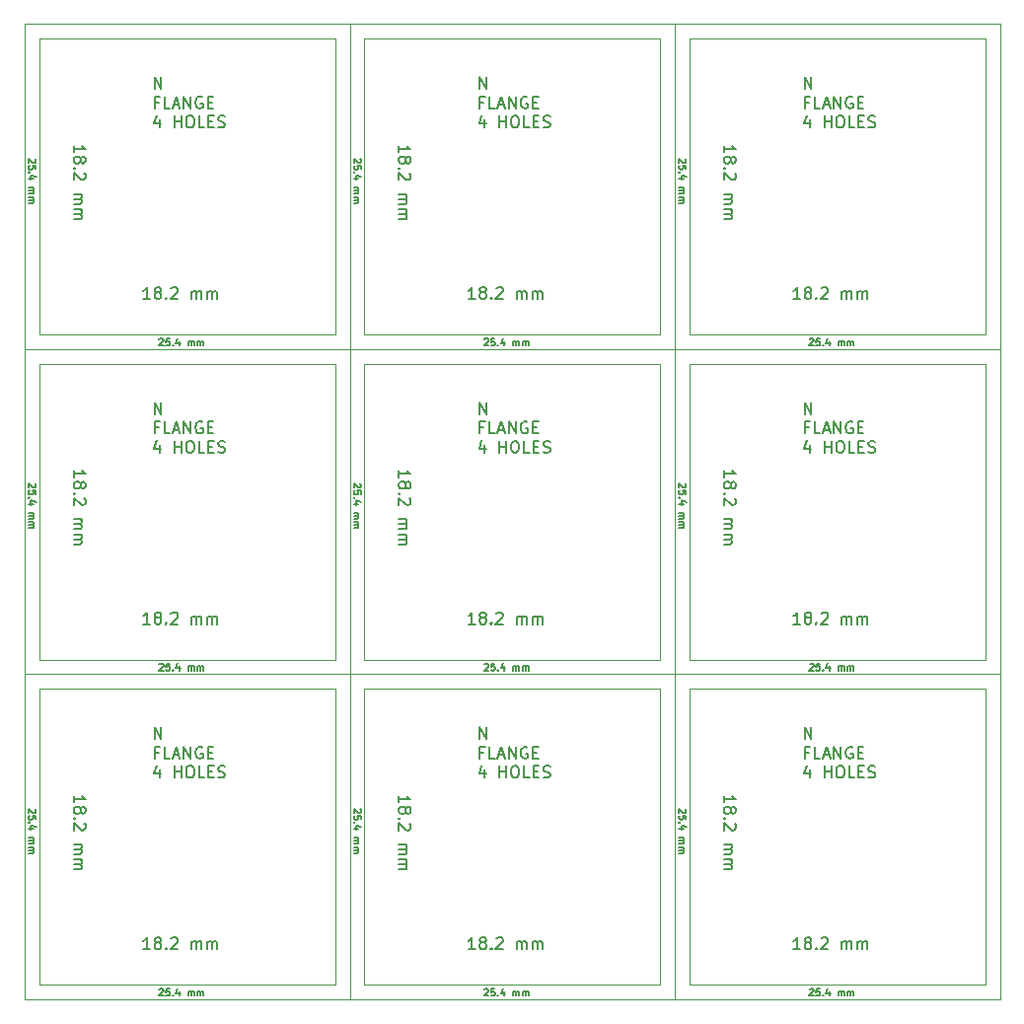
<source format=gbr>
G04 #@! TF.GenerationSoftware,KiCad,Pcbnew,5.1.5+dfsg1-2build2*
G04 #@! TF.CreationDate,2022-03-05T22:13:21-05:00*
G04 #@! TF.ProjectId,,58585858-5858-4585-9858-585858585858,rev?*
G04 #@! TF.SameCoordinates,Original*
G04 #@! TF.FileFunction,Legend,Top*
G04 #@! TF.FilePolarity,Positive*
%FSLAX46Y46*%
G04 Gerber Fmt 4.6, Leading zero omitted, Abs format (unit mm)*
G04 Created by KiCad (PCBNEW 5.1.5+dfsg1-2build2) date 2022-03-05 22:13:21*
%MOMM*%
%LPD*%
G04 APERTURE LIST*
%ADD10C,0.050000*%
%ADD11C,0.150000*%
%ADD12C,0.120000*%
G04 APERTURE END LIST*
D10*
X150427800Y-108121560D02*
X150427800Y-136021560D01*
X122527800Y-108121560D02*
X122527800Y-136021560D01*
X94627800Y-108121560D02*
X94627800Y-136021560D01*
X150427800Y-80221560D02*
X150427800Y-108121560D01*
X122527800Y-80221560D02*
X122527800Y-108121560D01*
X94627800Y-80221560D02*
X94627800Y-108121560D01*
X150427800Y-52321560D02*
X150427800Y-80221560D01*
X122527800Y-52321560D02*
X122527800Y-80221560D01*
X150427800Y-136021560D02*
X178327800Y-136021560D01*
X122527800Y-136021560D02*
X150427800Y-136021560D01*
X94627800Y-136021560D02*
X122527800Y-136021560D01*
X150427800Y-108121560D02*
X178327800Y-108121560D01*
X122527800Y-108121560D02*
X150427800Y-108121560D01*
X94627800Y-108121560D02*
X122527800Y-108121560D01*
X150427800Y-80221560D02*
X178327800Y-80221560D01*
X122527800Y-80221560D02*
X150427800Y-80221560D01*
D11*
X161565915Y-113698020D02*
X161565915Y-112698020D01*
X162137343Y-113698020D01*
X162137343Y-112698020D01*
X161899248Y-114824211D02*
X161565915Y-114824211D01*
X161565915Y-115348020D02*
X161565915Y-114348020D01*
X162042105Y-114348020D01*
X162899248Y-115348020D02*
X162423058Y-115348020D01*
X162423058Y-114348020D01*
X163184962Y-115062306D02*
X163661153Y-115062306D01*
X163089724Y-115348020D02*
X163423058Y-114348020D01*
X163756391Y-115348020D01*
X164089724Y-115348020D02*
X164089724Y-114348020D01*
X164661153Y-115348020D01*
X164661153Y-114348020D01*
X165661153Y-114395640D02*
X165565915Y-114348020D01*
X165423058Y-114348020D01*
X165280200Y-114395640D01*
X165184962Y-114490878D01*
X165137343Y-114586116D01*
X165089724Y-114776592D01*
X165089724Y-114919449D01*
X165137343Y-115109925D01*
X165184962Y-115205163D01*
X165280200Y-115300401D01*
X165423058Y-115348020D01*
X165518296Y-115348020D01*
X165661153Y-115300401D01*
X165708772Y-115252782D01*
X165708772Y-114919449D01*
X165518296Y-114919449D01*
X166137343Y-114824211D02*
X166470677Y-114824211D01*
X166613534Y-115348020D02*
X166137343Y-115348020D01*
X166137343Y-114348020D01*
X166613534Y-114348020D01*
X161994486Y-116331354D02*
X161994486Y-116998020D01*
X161756391Y-115950401D02*
X161518296Y-116664687D01*
X162137343Y-116664687D01*
X163280200Y-116998020D02*
X163280200Y-115998020D01*
X163280200Y-116474211D02*
X163851629Y-116474211D01*
X163851629Y-116998020D02*
X163851629Y-115998020D01*
X164518296Y-115998020D02*
X164708772Y-115998020D01*
X164804010Y-116045640D01*
X164899248Y-116140878D01*
X164946867Y-116331354D01*
X164946867Y-116664687D01*
X164899248Y-116855163D01*
X164804010Y-116950401D01*
X164708772Y-116998020D01*
X164518296Y-116998020D01*
X164423058Y-116950401D01*
X164327820Y-116855163D01*
X164280200Y-116664687D01*
X164280200Y-116331354D01*
X164327820Y-116140878D01*
X164423058Y-116045640D01*
X164518296Y-115998020D01*
X165851629Y-116998020D02*
X165375439Y-116998020D01*
X165375439Y-115998020D01*
X166184962Y-116474211D02*
X166518296Y-116474211D01*
X166661153Y-116998020D02*
X166184962Y-116998020D01*
X166184962Y-115998020D01*
X166661153Y-115998020D01*
X167042105Y-116950401D02*
X167184962Y-116998020D01*
X167423058Y-116998020D01*
X167518296Y-116950401D01*
X167565915Y-116902782D01*
X167613534Y-116807544D01*
X167613534Y-116712306D01*
X167565915Y-116617068D01*
X167518296Y-116569449D01*
X167423058Y-116521830D01*
X167232581Y-116474211D01*
X167137343Y-116426592D01*
X167089724Y-116378973D01*
X167042105Y-116283735D01*
X167042105Y-116188497D01*
X167089724Y-116093259D01*
X167137343Y-116045640D01*
X167232581Y-115998020D01*
X167470677Y-115998020D01*
X167613534Y-116045640D01*
X133665915Y-113698020D02*
X133665915Y-112698020D01*
X134237343Y-113698020D01*
X134237343Y-112698020D01*
X133999248Y-114824211D02*
X133665915Y-114824211D01*
X133665915Y-115348020D02*
X133665915Y-114348020D01*
X134142105Y-114348020D01*
X134999248Y-115348020D02*
X134523058Y-115348020D01*
X134523058Y-114348020D01*
X135284962Y-115062306D02*
X135761153Y-115062306D01*
X135189724Y-115348020D02*
X135523058Y-114348020D01*
X135856391Y-115348020D01*
X136189724Y-115348020D02*
X136189724Y-114348020D01*
X136761153Y-115348020D01*
X136761153Y-114348020D01*
X137761153Y-114395640D02*
X137665915Y-114348020D01*
X137523058Y-114348020D01*
X137380200Y-114395640D01*
X137284962Y-114490878D01*
X137237343Y-114586116D01*
X137189724Y-114776592D01*
X137189724Y-114919449D01*
X137237343Y-115109925D01*
X137284962Y-115205163D01*
X137380200Y-115300401D01*
X137523058Y-115348020D01*
X137618296Y-115348020D01*
X137761153Y-115300401D01*
X137808772Y-115252782D01*
X137808772Y-114919449D01*
X137618296Y-114919449D01*
X138237343Y-114824211D02*
X138570677Y-114824211D01*
X138713534Y-115348020D02*
X138237343Y-115348020D01*
X138237343Y-114348020D01*
X138713534Y-114348020D01*
X134094486Y-116331354D02*
X134094486Y-116998020D01*
X133856391Y-115950401D02*
X133618296Y-116664687D01*
X134237343Y-116664687D01*
X135380200Y-116998020D02*
X135380200Y-115998020D01*
X135380200Y-116474211D02*
X135951629Y-116474211D01*
X135951629Y-116998020D02*
X135951629Y-115998020D01*
X136618296Y-115998020D02*
X136808772Y-115998020D01*
X136904010Y-116045640D01*
X136999248Y-116140878D01*
X137046867Y-116331354D01*
X137046867Y-116664687D01*
X136999248Y-116855163D01*
X136904010Y-116950401D01*
X136808772Y-116998020D01*
X136618296Y-116998020D01*
X136523058Y-116950401D01*
X136427820Y-116855163D01*
X136380200Y-116664687D01*
X136380200Y-116331354D01*
X136427820Y-116140878D01*
X136523058Y-116045640D01*
X136618296Y-115998020D01*
X137951629Y-116998020D02*
X137475439Y-116998020D01*
X137475439Y-115998020D01*
X138284962Y-116474211D02*
X138618296Y-116474211D01*
X138761153Y-116998020D02*
X138284962Y-116998020D01*
X138284962Y-115998020D01*
X138761153Y-115998020D01*
X139142105Y-116950401D02*
X139284962Y-116998020D01*
X139523058Y-116998020D01*
X139618296Y-116950401D01*
X139665915Y-116902782D01*
X139713534Y-116807544D01*
X139713534Y-116712306D01*
X139665915Y-116617068D01*
X139618296Y-116569449D01*
X139523058Y-116521830D01*
X139332581Y-116474211D01*
X139237343Y-116426592D01*
X139189724Y-116378973D01*
X139142105Y-116283735D01*
X139142105Y-116188497D01*
X139189724Y-116093259D01*
X139237343Y-116045640D01*
X139332581Y-115998020D01*
X139570677Y-115998020D01*
X139713534Y-116045640D01*
X105765915Y-113698020D02*
X105765915Y-112698020D01*
X106337343Y-113698020D01*
X106337343Y-112698020D01*
X106099248Y-114824211D02*
X105765915Y-114824211D01*
X105765915Y-115348020D02*
X105765915Y-114348020D01*
X106242105Y-114348020D01*
X107099248Y-115348020D02*
X106623058Y-115348020D01*
X106623058Y-114348020D01*
X107384962Y-115062306D02*
X107861153Y-115062306D01*
X107289724Y-115348020D02*
X107623058Y-114348020D01*
X107956391Y-115348020D01*
X108289724Y-115348020D02*
X108289724Y-114348020D01*
X108861153Y-115348020D01*
X108861153Y-114348020D01*
X109861153Y-114395640D02*
X109765915Y-114348020D01*
X109623058Y-114348020D01*
X109480200Y-114395640D01*
X109384962Y-114490878D01*
X109337343Y-114586116D01*
X109289724Y-114776592D01*
X109289724Y-114919449D01*
X109337343Y-115109925D01*
X109384962Y-115205163D01*
X109480200Y-115300401D01*
X109623058Y-115348020D01*
X109718296Y-115348020D01*
X109861153Y-115300401D01*
X109908772Y-115252782D01*
X109908772Y-114919449D01*
X109718296Y-114919449D01*
X110337343Y-114824211D02*
X110670677Y-114824211D01*
X110813534Y-115348020D02*
X110337343Y-115348020D01*
X110337343Y-114348020D01*
X110813534Y-114348020D01*
X106194486Y-116331354D02*
X106194486Y-116998020D01*
X105956391Y-115950401D02*
X105718296Y-116664687D01*
X106337343Y-116664687D01*
X107480200Y-116998020D02*
X107480200Y-115998020D01*
X107480200Y-116474211D02*
X108051629Y-116474211D01*
X108051629Y-116998020D02*
X108051629Y-115998020D01*
X108718296Y-115998020D02*
X108908772Y-115998020D01*
X109004010Y-116045640D01*
X109099248Y-116140878D01*
X109146867Y-116331354D01*
X109146867Y-116664687D01*
X109099248Y-116855163D01*
X109004010Y-116950401D01*
X108908772Y-116998020D01*
X108718296Y-116998020D01*
X108623058Y-116950401D01*
X108527820Y-116855163D01*
X108480200Y-116664687D01*
X108480200Y-116331354D01*
X108527820Y-116140878D01*
X108623058Y-116045640D01*
X108718296Y-115998020D01*
X110051629Y-116998020D02*
X109575439Y-116998020D01*
X109575439Y-115998020D01*
X110384962Y-116474211D02*
X110718296Y-116474211D01*
X110861153Y-116998020D02*
X110384962Y-116998020D01*
X110384962Y-115998020D01*
X110861153Y-115998020D01*
X111242105Y-116950401D02*
X111384962Y-116998020D01*
X111623058Y-116998020D01*
X111718296Y-116950401D01*
X111765915Y-116902782D01*
X111813534Y-116807544D01*
X111813534Y-116712306D01*
X111765915Y-116617068D01*
X111718296Y-116569449D01*
X111623058Y-116521830D01*
X111432581Y-116474211D01*
X111337343Y-116426592D01*
X111289724Y-116378973D01*
X111242105Y-116283735D01*
X111242105Y-116188497D01*
X111289724Y-116093259D01*
X111337343Y-116045640D01*
X111432581Y-115998020D01*
X111670677Y-115998020D01*
X111813534Y-116045640D01*
X161565915Y-85798020D02*
X161565915Y-84798020D01*
X162137343Y-85798020D01*
X162137343Y-84798020D01*
X161899248Y-86924211D02*
X161565915Y-86924211D01*
X161565915Y-87448020D02*
X161565915Y-86448020D01*
X162042105Y-86448020D01*
X162899248Y-87448020D02*
X162423058Y-87448020D01*
X162423058Y-86448020D01*
X163184962Y-87162306D02*
X163661153Y-87162306D01*
X163089724Y-87448020D02*
X163423058Y-86448020D01*
X163756391Y-87448020D01*
X164089724Y-87448020D02*
X164089724Y-86448020D01*
X164661153Y-87448020D01*
X164661153Y-86448020D01*
X165661153Y-86495640D02*
X165565915Y-86448020D01*
X165423058Y-86448020D01*
X165280200Y-86495640D01*
X165184962Y-86590878D01*
X165137343Y-86686116D01*
X165089724Y-86876592D01*
X165089724Y-87019449D01*
X165137343Y-87209925D01*
X165184962Y-87305163D01*
X165280200Y-87400401D01*
X165423058Y-87448020D01*
X165518296Y-87448020D01*
X165661153Y-87400401D01*
X165708772Y-87352782D01*
X165708772Y-87019449D01*
X165518296Y-87019449D01*
X166137343Y-86924211D02*
X166470677Y-86924211D01*
X166613534Y-87448020D02*
X166137343Y-87448020D01*
X166137343Y-86448020D01*
X166613534Y-86448020D01*
X161994486Y-88431354D02*
X161994486Y-89098020D01*
X161756391Y-88050401D02*
X161518296Y-88764687D01*
X162137343Y-88764687D01*
X163280200Y-89098020D02*
X163280200Y-88098020D01*
X163280200Y-88574211D02*
X163851629Y-88574211D01*
X163851629Y-89098020D02*
X163851629Y-88098020D01*
X164518296Y-88098020D02*
X164708772Y-88098020D01*
X164804010Y-88145640D01*
X164899248Y-88240878D01*
X164946867Y-88431354D01*
X164946867Y-88764687D01*
X164899248Y-88955163D01*
X164804010Y-89050401D01*
X164708772Y-89098020D01*
X164518296Y-89098020D01*
X164423058Y-89050401D01*
X164327820Y-88955163D01*
X164280200Y-88764687D01*
X164280200Y-88431354D01*
X164327820Y-88240878D01*
X164423058Y-88145640D01*
X164518296Y-88098020D01*
X165851629Y-89098020D02*
X165375439Y-89098020D01*
X165375439Y-88098020D01*
X166184962Y-88574211D02*
X166518296Y-88574211D01*
X166661153Y-89098020D02*
X166184962Y-89098020D01*
X166184962Y-88098020D01*
X166661153Y-88098020D01*
X167042105Y-89050401D02*
X167184962Y-89098020D01*
X167423058Y-89098020D01*
X167518296Y-89050401D01*
X167565915Y-89002782D01*
X167613534Y-88907544D01*
X167613534Y-88812306D01*
X167565915Y-88717068D01*
X167518296Y-88669449D01*
X167423058Y-88621830D01*
X167232581Y-88574211D01*
X167137343Y-88526592D01*
X167089724Y-88478973D01*
X167042105Y-88383735D01*
X167042105Y-88288497D01*
X167089724Y-88193259D01*
X167137343Y-88145640D01*
X167232581Y-88098020D01*
X167470677Y-88098020D01*
X167613534Y-88145640D01*
X133665915Y-85798020D02*
X133665915Y-84798020D01*
X134237343Y-85798020D01*
X134237343Y-84798020D01*
X133999248Y-86924211D02*
X133665915Y-86924211D01*
X133665915Y-87448020D02*
X133665915Y-86448020D01*
X134142105Y-86448020D01*
X134999248Y-87448020D02*
X134523058Y-87448020D01*
X134523058Y-86448020D01*
X135284962Y-87162306D02*
X135761153Y-87162306D01*
X135189724Y-87448020D02*
X135523058Y-86448020D01*
X135856391Y-87448020D01*
X136189724Y-87448020D02*
X136189724Y-86448020D01*
X136761153Y-87448020D01*
X136761153Y-86448020D01*
X137761153Y-86495640D02*
X137665915Y-86448020D01*
X137523058Y-86448020D01*
X137380200Y-86495640D01*
X137284962Y-86590878D01*
X137237343Y-86686116D01*
X137189724Y-86876592D01*
X137189724Y-87019449D01*
X137237343Y-87209925D01*
X137284962Y-87305163D01*
X137380200Y-87400401D01*
X137523058Y-87448020D01*
X137618296Y-87448020D01*
X137761153Y-87400401D01*
X137808772Y-87352782D01*
X137808772Y-87019449D01*
X137618296Y-87019449D01*
X138237343Y-86924211D02*
X138570677Y-86924211D01*
X138713534Y-87448020D02*
X138237343Y-87448020D01*
X138237343Y-86448020D01*
X138713534Y-86448020D01*
X134094486Y-88431354D02*
X134094486Y-89098020D01*
X133856391Y-88050401D02*
X133618296Y-88764687D01*
X134237343Y-88764687D01*
X135380200Y-89098020D02*
X135380200Y-88098020D01*
X135380200Y-88574211D02*
X135951629Y-88574211D01*
X135951629Y-89098020D02*
X135951629Y-88098020D01*
X136618296Y-88098020D02*
X136808772Y-88098020D01*
X136904010Y-88145640D01*
X136999248Y-88240878D01*
X137046867Y-88431354D01*
X137046867Y-88764687D01*
X136999248Y-88955163D01*
X136904010Y-89050401D01*
X136808772Y-89098020D01*
X136618296Y-89098020D01*
X136523058Y-89050401D01*
X136427820Y-88955163D01*
X136380200Y-88764687D01*
X136380200Y-88431354D01*
X136427820Y-88240878D01*
X136523058Y-88145640D01*
X136618296Y-88098020D01*
X137951629Y-89098020D02*
X137475439Y-89098020D01*
X137475439Y-88098020D01*
X138284962Y-88574211D02*
X138618296Y-88574211D01*
X138761153Y-89098020D02*
X138284962Y-89098020D01*
X138284962Y-88098020D01*
X138761153Y-88098020D01*
X139142105Y-89050401D02*
X139284962Y-89098020D01*
X139523058Y-89098020D01*
X139618296Y-89050401D01*
X139665915Y-89002782D01*
X139713534Y-88907544D01*
X139713534Y-88812306D01*
X139665915Y-88717068D01*
X139618296Y-88669449D01*
X139523058Y-88621830D01*
X139332581Y-88574211D01*
X139237343Y-88526592D01*
X139189724Y-88478973D01*
X139142105Y-88383735D01*
X139142105Y-88288497D01*
X139189724Y-88193259D01*
X139237343Y-88145640D01*
X139332581Y-88098020D01*
X139570677Y-88098020D01*
X139713534Y-88145640D01*
X105765915Y-85798020D02*
X105765915Y-84798020D01*
X106337343Y-85798020D01*
X106337343Y-84798020D01*
X106099248Y-86924211D02*
X105765915Y-86924211D01*
X105765915Y-87448020D02*
X105765915Y-86448020D01*
X106242105Y-86448020D01*
X107099248Y-87448020D02*
X106623058Y-87448020D01*
X106623058Y-86448020D01*
X107384962Y-87162306D02*
X107861153Y-87162306D01*
X107289724Y-87448020D02*
X107623058Y-86448020D01*
X107956391Y-87448020D01*
X108289724Y-87448020D02*
X108289724Y-86448020D01*
X108861153Y-87448020D01*
X108861153Y-86448020D01*
X109861153Y-86495640D02*
X109765915Y-86448020D01*
X109623058Y-86448020D01*
X109480200Y-86495640D01*
X109384962Y-86590878D01*
X109337343Y-86686116D01*
X109289724Y-86876592D01*
X109289724Y-87019449D01*
X109337343Y-87209925D01*
X109384962Y-87305163D01*
X109480200Y-87400401D01*
X109623058Y-87448020D01*
X109718296Y-87448020D01*
X109861153Y-87400401D01*
X109908772Y-87352782D01*
X109908772Y-87019449D01*
X109718296Y-87019449D01*
X110337343Y-86924211D02*
X110670677Y-86924211D01*
X110813534Y-87448020D02*
X110337343Y-87448020D01*
X110337343Y-86448020D01*
X110813534Y-86448020D01*
X106194486Y-88431354D02*
X106194486Y-89098020D01*
X105956391Y-88050401D02*
X105718296Y-88764687D01*
X106337343Y-88764687D01*
X107480200Y-89098020D02*
X107480200Y-88098020D01*
X107480200Y-88574211D02*
X108051629Y-88574211D01*
X108051629Y-89098020D02*
X108051629Y-88098020D01*
X108718296Y-88098020D02*
X108908772Y-88098020D01*
X109004010Y-88145640D01*
X109099248Y-88240878D01*
X109146867Y-88431354D01*
X109146867Y-88764687D01*
X109099248Y-88955163D01*
X109004010Y-89050401D01*
X108908772Y-89098020D01*
X108718296Y-89098020D01*
X108623058Y-89050401D01*
X108527820Y-88955163D01*
X108480200Y-88764687D01*
X108480200Y-88431354D01*
X108527820Y-88240878D01*
X108623058Y-88145640D01*
X108718296Y-88098020D01*
X110051629Y-89098020D02*
X109575439Y-89098020D01*
X109575439Y-88098020D01*
X110384962Y-88574211D02*
X110718296Y-88574211D01*
X110861153Y-89098020D02*
X110384962Y-89098020D01*
X110384962Y-88098020D01*
X110861153Y-88098020D01*
X111242105Y-89050401D02*
X111384962Y-89098020D01*
X111623058Y-89098020D01*
X111718296Y-89050401D01*
X111765915Y-89002782D01*
X111813534Y-88907544D01*
X111813534Y-88812306D01*
X111765915Y-88717068D01*
X111718296Y-88669449D01*
X111623058Y-88621830D01*
X111432581Y-88574211D01*
X111337343Y-88526592D01*
X111289724Y-88478973D01*
X111242105Y-88383735D01*
X111242105Y-88288497D01*
X111289724Y-88193259D01*
X111337343Y-88145640D01*
X111432581Y-88098020D01*
X111670677Y-88098020D01*
X111813534Y-88145640D01*
X161565915Y-57898020D02*
X161565915Y-56898020D01*
X162137343Y-57898020D01*
X162137343Y-56898020D01*
X161899248Y-59024211D02*
X161565915Y-59024211D01*
X161565915Y-59548020D02*
X161565915Y-58548020D01*
X162042105Y-58548020D01*
X162899248Y-59548020D02*
X162423058Y-59548020D01*
X162423058Y-58548020D01*
X163184962Y-59262306D02*
X163661153Y-59262306D01*
X163089724Y-59548020D02*
X163423058Y-58548020D01*
X163756391Y-59548020D01*
X164089724Y-59548020D02*
X164089724Y-58548020D01*
X164661153Y-59548020D01*
X164661153Y-58548020D01*
X165661153Y-58595640D02*
X165565915Y-58548020D01*
X165423058Y-58548020D01*
X165280200Y-58595640D01*
X165184962Y-58690878D01*
X165137343Y-58786116D01*
X165089724Y-58976592D01*
X165089724Y-59119449D01*
X165137343Y-59309925D01*
X165184962Y-59405163D01*
X165280200Y-59500401D01*
X165423058Y-59548020D01*
X165518296Y-59548020D01*
X165661153Y-59500401D01*
X165708772Y-59452782D01*
X165708772Y-59119449D01*
X165518296Y-59119449D01*
X166137343Y-59024211D02*
X166470677Y-59024211D01*
X166613534Y-59548020D02*
X166137343Y-59548020D01*
X166137343Y-58548020D01*
X166613534Y-58548020D01*
X161994486Y-60531354D02*
X161994486Y-61198020D01*
X161756391Y-60150401D02*
X161518296Y-60864687D01*
X162137343Y-60864687D01*
X163280200Y-61198020D02*
X163280200Y-60198020D01*
X163280200Y-60674211D02*
X163851629Y-60674211D01*
X163851629Y-61198020D02*
X163851629Y-60198020D01*
X164518296Y-60198020D02*
X164708772Y-60198020D01*
X164804010Y-60245640D01*
X164899248Y-60340878D01*
X164946867Y-60531354D01*
X164946867Y-60864687D01*
X164899248Y-61055163D01*
X164804010Y-61150401D01*
X164708772Y-61198020D01*
X164518296Y-61198020D01*
X164423058Y-61150401D01*
X164327820Y-61055163D01*
X164280200Y-60864687D01*
X164280200Y-60531354D01*
X164327820Y-60340878D01*
X164423058Y-60245640D01*
X164518296Y-60198020D01*
X165851629Y-61198020D02*
X165375439Y-61198020D01*
X165375439Y-60198020D01*
X166184962Y-60674211D02*
X166518296Y-60674211D01*
X166661153Y-61198020D02*
X166184962Y-61198020D01*
X166184962Y-60198020D01*
X166661153Y-60198020D01*
X167042105Y-61150401D02*
X167184962Y-61198020D01*
X167423058Y-61198020D01*
X167518296Y-61150401D01*
X167565915Y-61102782D01*
X167613534Y-61007544D01*
X167613534Y-60912306D01*
X167565915Y-60817068D01*
X167518296Y-60769449D01*
X167423058Y-60721830D01*
X167232581Y-60674211D01*
X167137343Y-60626592D01*
X167089724Y-60578973D01*
X167042105Y-60483735D01*
X167042105Y-60388497D01*
X167089724Y-60293259D01*
X167137343Y-60245640D01*
X167232581Y-60198020D01*
X167470677Y-60198020D01*
X167613534Y-60245640D01*
X133665915Y-57898020D02*
X133665915Y-56898020D01*
X134237343Y-57898020D01*
X134237343Y-56898020D01*
X133999248Y-59024211D02*
X133665915Y-59024211D01*
X133665915Y-59548020D02*
X133665915Y-58548020D01*
X134142105Y-58548020D01*
X134999248Y-59548020D02*
X134523058Y-59548020D01*
X134523058Y-58548020D01*
X135284962Y-59262306D02*
X135761153Y-59262306D01*
X135189724Y-59548020D02*
X135523058Y-58548020D01*
X135856391Y-59548020D01*
X136189724Y-59548020D02*
X136189724Y-58548020D01*
X136761153Y-59548020D01*
X136761153Y-58548020D01*
X137761153Y-58595640D02*
X137665915Y-58548020D01*
X137523058Y-58548020D01*
X137380200Y-58595640D01*
X137284962Y-58690878D01*
X137237343Y-58786116D01*
X137189724Y-58976592D01*
X137189724Y-59119449D01*
X137237343Y-59309925D01*
X137284962Y-59405163D01*
X137380200Y-59500401D01*
X137523058Y-59548020D01*
X137618296Y-59548020D01*
X137761153Y-59500401D01*
X137808772Y-59452782D01*
X137808772Y-59119449D01*
X137618296Y-59119449D01*
X138237343Y-59024211D02*
X138570677Y-59024211D01*
X138713534Y-59548020D02*
X138237343Y-59548020D01*
X138237343Y-58548020D01*
X138713534Y-58548020D01*
X134094486Y-60531354D02*
X134094486Y-61198020D01*
X133856391Y-60150401D02*
X133618296Y-60864687D01*
X134237343Y-60864687D01*
X135380200Y-61198020D02*
X135380200Y-60198020D01*
X135380200Y-60674211D02*
X135951629Y-60674211D01*
X135951629Y-61198020D02*
X135951629Y-60198020D01*
X136618296Y-60198020D02*
X136808772Y-60198020D01*
X136904010Y-60245640D01*
X136999248Y-60340878D01*
X137046867Y-60531354D01*
X137046867Y-60864687D01*
X136999248Y-61055163D01*
X136904010Y-61150401D01*
X136808772Y-61198020D01*
X136618296Y-61198020D01*
X136523058Y-61150401D01*
X136427820Y-61055163D01*
X136380200Y-60864687D01*
X136380200Y-60531354D01*
X136427820Y-60340878D01*
X136523058Y-60245640D01*
X136618296Y-60198020D01*
X137951629Y-61198020D02*
X137475439Y-61198020D01*
X137475439Y-60198020D01*
X138284962Y-60674211D02*
X138618296Y-60674211D01*
X138761153Y-61198020D02*
X138284962Y-61198020D01*
X138284962Y-60198020D01*
X138761153Y-60198020D01*
X139142105Y-61150401D02*
X139284962Y-61198020D01*
X139523058Y-61198020D01*
X139618296Y-61150401D01*
X139665915Y-61102782D01*
X139713534Y-61007544D01*
X139713534Y-60912306D01*
X139665915Y-60817068D01*
X139618296Y-60769449D01*
X139523058Y-60721830D01*
X139332581Y-60674211D01*
X139237343Y-60626592D01*
X139189724Y-60578973D01*
X139142105Y-60483735D01*
X139142105Y-60388497D01*
X139189724Y-60293259D01*
X139237343Y-60245640D01*
X139332581Y-60198020D01*
X139570677Y-60198020D01*
X139713534Y-60245640D01*
X161186832Y-131715780D02*
X160615403Y-131715780D01*
X160901118Y-131715780D02*
X160901118Y-130715780D01*
X160805880Y-130858638D01*
X160710641Y-130953876D01*
X160615403Y-131001495D01*
X161758260Y-131144352D02*
X161663022Y-131096733D01*
X161615403Y-131049114D01*
X161567784Y-130953876D01*
X161567784Y-130906257D01*
X161615403Y-130811019D01*
X161663022Y-130763400D01*
X161758260Y-130715780D01*
X161948737Y-130715780D01*
X162043975Y-130763400D01*
X162091594Y-130811019D01*
X162139213Y-130906257D01*
X162139213Y-130953876D01*
X162091594Y-131049114D01*
X162043975Y-131096733D01*
X161948737Y-131144352D01*
X161758260Y-131144352D01*
X161663022Y-131191971D01*
X161615403Y-131239590D01*
X161567784Y-131334828D01*
X161567784Y-131525304D01*
X161615403Y-131620542D01*
X161663022Y-131668161D01*
X161758260Y-131715780D01*
X161948737Y-131715780D01*
X162043975Y-131668161D01*
X162091594Y-131620542D01*
X162139213Y-131525304D01*
X162139213Y-131334828D01*
X162091594Y-131239590D01*
X162043975Y-131191971D01*
X161948737Y-131144352D01*
X162567784Y-131620542D02*
X162615403Y-131668161D01*
X162567784Y-131715780D01*
X162520165Y-131668161D01*
X162567784Y-131620542D01*
X162567784Y-131715780D01*
X162996356Y-130811019D02*
X163043975Y-130763400D01*
X163139213Y-130715780D01*
X163377308Y-130715780D01*
X163472546Y-130763400D01*
X163520165Y-130811019D01*
X163567784Y-130906257D01*
X163567784Y-131001495D01*
X163520165Y-131144352D01*
X162948737Y-131715780D01*
X163567784Y-131715780D01*
X164758260Y-131715780D02*
X164758260Y-131049114D01*
X164758260Y-131144352D02*
X164805880Y-131096733D01*
X164901118Y-131049114D01*
X165043975Y-131049114D01*
X165139213Y-131096733D01*
X165186832Y-131191971D01*
X165186832Y-131715780D01*
X165186832Y-131191971D02*
X165234451Y-131096733D01*
X165329689Y-131049114D01*
X165472546Y-131049114D01*
X165567784Y-131096733D01*
X165615403Y-131191971D01*
X165615403Y-131715780D01*
X166091594Y-131715780D02*
X166091594Y-131049114D01*
X166091594Y-131144352D02*
X166139213Y-131096733D01*
X166234451Y-131049114D01*
X166377308Y-131049114D01*
X166472546Y-131096733D01*
X166520165Y-131191971D01*
X166520165Y-131715780D01*
X166520165Y-131191971D02*
X166567784Y-131096733D01*
X166663022Y-131049114D01*
X166805880Y-131049114D01*
X166901118Y-131096733D01*
X166948737Y-131191971D01*
X166948737Y-131715780D01*
X133286832Y-131715780D02*
X132715403Y-131715780D01*
X133001118Y-131715780D02*
X133001118Y-130715780D01*
X132905880Y-130858638D01*
X132810641Y-130953876D01*
X132715403Y-131001495D01*
X133858260Y-131144352D02*
X133763022Y-131096733D01*
X133715403Y-131049114D01*
X133667784Y-130953876D01*
X133667784Y-130906257D01*
X133715403Y-130811019D01*
X133763022Y-130763400D01*
X133858260Y-130715780D01*
X134048737Y-130715780D01*
X134143975Y-130763400D01*
X134191594Y-130811019D01*
X134239213Y-130906257D01*
X134239213Y-130953876D01*
X134191594Y-131049114D01*
X134143975Y-131096733D01*
X134048737Y-131144352D01*
X133858260Y-131144352D01*
X133763022Y-131191971D01*
X133715403Y-131239590D01*
X133667784Y-131334828D01*
X133667784Y-131525304D01*
X133715403Y-131620542D01*
X133763022Y-131668161D01*
X133858260Y-131715780D01*
X134048737Y-131715780D01*
X134143975Y-131668161D01*
X134191594Y-131620542D01*
X134239213Y-131525304D01*
X134239213Y-131334828D01*
X134191594Y-131239590D01*
X134143975Y-131191971D01*
X134048737Y-131144352D01*
X134667784Y-131620542D02*
X134715403Y-131668161D01*
X134667784Y-131715780D01*
X134620165Y-131668161D01*
X134667784Y-131620542D01*
X134667784Y-131715780D01*
X135096356Y-130811019D02*
X135143975Y-130763400D01*
X135239213Y-130715780D01*
X135477308Y-130715780D01*
X135572546Y-130763400D01*
X135620165Y-130811019D01*
X135667784Y-130906257D01*
X135667784Y-131001495D01*
X135620165Y-131144352D01*
X135048737Y-131715780D01*
X135667784Y-131715780D01*
X136858260Y-131715780D02*
X136858260Y-131049114D01*
X136858260Y-131144352D02*
X136905880Y-131096733D01*
X137001118Y-131049114D01*
X137143975Y-131049114D01*
X137239213Y-131096733D01*
X137286832Y-131191971D01*
X137286832Y-131715780D01*
X137286832Y-131191971D02*
X137334451Y-131096733D01*
X137429689Y-131049114D01*
X137572546Y-131049114D01*
X137667784Y-131096733D01*
X137715403Y-131191971D01*
X137715403Y-131715780D01*
X138191594Y-131715780D02*
X138191594Y-131049114D01*
X138191594Y-131144352D02*
X138239213Y-131096733D01*
X138334451Y-131049114D01*
X138477308Y-131049114D01*
X138572546Y-131096733D01*
X138620165Y-131191971D01*
X138620165Y-131715780D01*
X138620165Y-131191971D02*
X138667784Y-131096733D01*
X138763022Y-131049114D01*
X138905880Y-131049114D01*
X139001118Y-131096733D01*
X139048737Y-131191971D01*
X139048737Y-131715780D01*
X105386832Y-131715780D02*
X104815403Y-131715780D01*
X105101118Y-131715780D02*
X105101118Y-130715780D01*
X105005880Y-130858638D01*
X104910641Y-130953876D01*
X104815403Y-131001495D01*
X105958260Y-131144352D02*
X105863022Y-131096733D01*
X105815403Y-131049114D01*
X105767784Y-130953876D01*
X105767784Y-130906257D01*
X105815403Y-130811019D01*
X105863022Y-130763400D01*
X105958260Y-130715780D01*
X106148737Y-130715780D01*
X106243975Y-130763400D01*
X106291594Y-130811019D01*
X106339213Y-130906257D01*
X106339213Y-130953876D01*
X106291594Y-131049114D01*
X106243975Y-131096733D01*
X106148737Y-131144352D01*
X105958260Y-131144352D01*
X105863022Y-131191971D01*
X105815403Y-131239590D01*
X105767784Y-131334828D01*
X105767784Y-131525304D01*
X105815403Y-131620542D01*
X105863022Y-131668161D01*
X105958260Y-131715780D01*
X106148737Y-131715780D01*
X106243975Y-131668161D01*
X106291594Y-131620542D01*
X106339213Y-131525304D01*
X106339213Y-131334828D01*
X106291594Y-131239590D01*
X106243975Y-131191971D01*
X106148737Y-131144352D01*
X106767784Y-131620542D02*
X106815403Y-131668161D01*
X106767784Y-131715780D01*
X106720165Y-131668161D01*
X106767784Y-131620542D01*
X106767784Y-131715780D01*
X107196356Y-130811019D02*
X107243975Y-130763400D01*
X107339213Y-130715780D01*
X107577308Y-130715780D01*
X107672546Y-130763400D01*
X107720165Y-130811019D01*
X107767784Y-130906257D01*
X107767784Y-131001495D01*
X107720165Y-131144352D01*
X107148737Y-131715780D01*
X107767784Y-131715780D01*
X108958260Y-131715780D02*
X108958260Y-131049114D01*
X108958260Y-131144352D02*
X109005880Y-131096733D01*
X109101118Y-131049114D01*
X109243975Y-131049114D01*
X109339213Y-131096733D01*
X109386832Y-131191971D01*
X109386832Y-131715780D01*
X109386832Y-131191971D02*
X109434451Y-131096733D01*
X109529689Y-131049114D01*
X109672546Y-131049114D01*
X109767784Y-131096733D01*
X109815403Y-131191971D01*
X109815403Y-131715780D01*
X110291594Y-131715780D02*
X110291594Y-131049114D01*
X110291594Y-131144352D02*
X110339213Y-131096733D01*
X110434451Y-131049114D01*
X110577308Y-131049114D01*
X110672546Y-131096733D01*
X110720165Y-131191971D01*
X110720165Y-131715780D01*
X110720165Y-131191971D02*
X110767784Y-131096733D01*
X110863022Y-131049114D01*
X111005880Y-131049114D01*
X111101118Y-131096733D01*
X111148737Y-131191971D01*
X111148737Y-131715780D01*
X161186832Y-103815780D02*
X160615403Y-103815780D01*
X160901118Y-103815780D02*
X160901118Y-102815780D01*
X160805880Y-102958638D01*
X160710641Y-103053876D01*
X160615403Y-103101495D01*
X161758260Y-103244352D02*
X161663022Y-103196733D01*
X161615403Y-103149114D01*
X161567784Y-103053876D01*
X161567784Y-103006257D01*
X161615403Y-102911019D01*
X161663022Y-102863400D01*
X161758260Y-102815780D01*
X161948737Y-102815780D01*
X162043975Y-102863400D01*
X162091594Y-102911019D01*
X162139213Y-103006257D01*
X162139213Y-103053876D01*
X162091594Y-103149114D01*
X162043975Y-103196733D01*
X161948737Y-103244352D01*
X161758260Y-103244352D01*
X161663022Y-103291971D01*
X161615403Y-103339590D01*
X161567784Y-103434828D01*
X161567784Y-103625304D01*
X161615403Y-103720542D01*
X161663022Y-103768161D01*
X161758260Y-103815780D01*
X161948737Y-103815780D01*
X162043975Y-103768161D01*
X162091594Y-103720542D01*
X162139213Y-103625304D01*
X162139213Y-103434828D01*
X162091594Y-103339590D01*
X162043975Y-103291971D01*
X161948737Y-103244352D01*
X162567784Y-103720542D02*
X162615403Y-103768161D01*
X162567784Y-103815780D01*
X162520165Y-103768161D01*
X162567784Y-103720542D01*
X162567784Y-103815780D01*
X162996356Y-102911019D02*
X163043975Y-102863400D01*
X163139213Y-102815780D01*
X163377308Y-102815780D01*
X163472546Y-102863400D01*
X163520165Y-102911019D01*
X163567784Y-103006257D01*
X163567784Y-103101495D01*
X163520165Y-103244352D01*
X162948737Y-103815780D01*
X163567784Y-103815780D01*
X164758260Y-103815780D02*
X164758260Y-103149114D01*
X164758260Y-103244352D02*
X164805880Y-103196733D01*
X164901118Y-103149114D01*
X165043975Y-103149114D01*
X165139213Y-103196733D01*
X165186832Y-103291971D01*
X165186832Y-103815780D01*
X165186832Y-103291971D02*
X165234451Y-103196733D01*
X165329689Y-103149114D01*
X165472546Y-103149114D01*
X165567784Y-103196733D01*
X165615403Y-103291971D01*
X165615403Y-103815780D01*
X166091594Y-103815780D02*
X166091594Y-103149114D01*
X166091594Y-103244352D02*
X166139213Y-103196733D01*
X166234451Y-103149114D01*
X166377308Y-103149114D01*
X166472546Y-103196733D01*
X166520165Y-103291971D01*
X166520165Y-103815780D01*
X166520165Y-103291971D02*
X166567784Y-103196733D01*
X166663022Y-103149114D01*
X166805880Y-103149114D01*
X166901118Y-103196733D01*
X166948737Y-103291971D01*
X166948737Y-103815780D01*
X133286832Y-103815780D02*
X132715403Y-103815780D01*
X133001118Y-103815780D02*
X133001118Y-102815780D01*
X132905880Y-102958638D01*
X132810641Y-103053876D01*
X132715403Y-103101495D01*
X133858260Y-103244352D02*
X133763022Y-103196733D01*
X133715403Y-103149114D01*
X133667784Y-103053876D01*
X133667784Y-103006257D01*
X133715403Y-102911019D01*
X133763022Y-102863400D01*
X133858260Y-102815780D01*
X134048737Y-102815780D01*
X134143975Y-102863400D01*
X134191594Y-102911019D01*
X134239213Y-103006257D01*
X134239213Y-103053876D01*
X134191594Y-103149114D01*
X134143975Y-103196733D01*
X134048737Y-103244352D01*
X133858260Y-103244352D01*
X133763022Y-103291971D01*
X133715403Y-103339590D01*
X133667784Y-103434828D01*
X133667784Y-103625304D01*
X133715403Y-103720542D01*
X133763022Y-103768161D01*
X133858260Y-103815780D01*
X134048737Y-103815780D01*
X134143975Y-103768161D01*
X134191594Y-103720542D01*
X134239213Y-103625304D01*
X134239213Y-103434828D01*
X134191594Y-103339590D01*
X134143975Y-103291971D01*
X134048737Y-103244352D01*
X134667784Y-103720542D02*
X134715403Y-103768161D01*
X134667784Y-103815780D01*
X134620165Y-103768161D01*
X134667784Y-103720542D01*
X134667784Y-103815780D01*
X135096356Y-102911019D02*
X135143975Y-102863400D01*
X135239213Y-102815780D01*
X135477308Y-102815780D01*
X135572546Y-102863400D01*
X135620165Y-102911019D01*
X135667784Y-103006257D01*
X135667784Y-103101495D01*
X135620165Y-103244352D01*
X135048737Y-103815780D01*
X135667784Y-103815780D01*
X136858260Y-103815780D02*
X136858260Y-103149114D01*
X136858260Y-103244352D02*
X136905880Y-103196733D01*
X137001118Y-103149114D01*
X137143975Y-103149114D01*
X137239213Y-103196733D01*
X137286832Y-103291971D01*
X137286832Y-103815780D01*
X137286832Y-103291971D02*
X137334451Y-103196733D01*
X137429689Y-103149114D01*
X137572546Y-103149114D01*
X137667784Y-103196733D01*
X137715403Y-103291971D01*
X137715403Y-103815780D01*
X138191594Y-103815780D02*
X138191594Y-103149114D01*
X138191594Y-103244352D02*
X138239213Y-103196733D01*
X138334451Y-103149114D01*
X138477308Y-103149114D01*
X138572546Y-103196733D01*
X138620165Y-103291971D01*
X138620165Y-103815780D01*
X138620165Y-103291971D02*
X138667784Y-103196733D01*
X138763022Y-103149114D01*
X138905880Y-103149114D01*
X139001118Y-103196733D01*
X139048737Y-103291971D01*
X139048737Y-103815780D01*
X105386832Y-103815780D02*
X104815403Y-103815780D01*
X105101118Y-103815780D02*
X105101118Y-102815780D01*
X105005880Y-102958638D01*
X104910641Y-103053876D01*
X104815403Y-103101495D01*
X105958260Y-103244352D02*
X105863022Y-103196733D01*
X105815403Y-103149114D01*
X105767784Y-103053876D01*
X105767784Y-103006257D01*
X105815403Y-102911019D01*
X105863022Y-102863400D01*
X105958260Y-102815780D01*
X106148737Y-102815780D01*
X106243975Y-102863400D01*
X106291594Y-102911019D01*
X106339213Y-103006257D01*
X106339213Y-103053876D01*
X106291594Y-103149114D01*
X106243975Y-103196733D01*
X106148737Y-103244352D01*
X105958260Y-103244352D01*
X105863022Y-103291971D01*
X105815403Y-103339590D01*
X105767784Y-103434828D01*
X105767784Y-103625304D01*
X105815403Y-103720542D01*
X105863022Y-103768161D01*
X105958260Y-103815780D01*
X106148737Y-103815780D01*
X106243975Y-103768161D01*
X106291594Y-103720542D01*
X106339213Y-103625304D01*
X106339213Y-103434828D01*
X106291594Y-103339590D01*
X106243975Y-103291971D01*
X106148737Y-103244352D01*
X106767784Y-103720542D02*
X106815403Y-103768161D01*
X106767784Y-103815780D01*
X106720165Y-103768161D01*
X106767784Y-103720542D01*
X106767784Y-103815780D01*
X107196356Y-102911019D02*
X107243975Y-102863400D01*
X107339213Y-102815780D01*
X107577308Y-102815780D01*
X107672546Y-102863400D01*
X107720165Y-102911019D01*
X107767784Y-103006257D01*
X107767784Y-103101495D01*
X107720165Y-103244352D01*
X107148737Y-103815780D01*
X107767784Y-103815780D01*
X108958260Y-103815780D02*
X108958260Y-103149114D01*
X108958260Y-103244352D02*
X109005880Y-103196733D01*
X109101118Y-103149114D01*
X109243975Y-103149114D01*
X109339213Y-103196733D01*
X109386832Y-103291971D01*
X109386832Y-103815780D01*
X109386832Y-103291971D02*
X109434451Y-103196733D01*
X109529689Y-103149114D01*
X109672546Y-103149114D01*
X109767784Y-103196733D01*
X109815403Y-103291971D01*
X109815403Y-103815780D01*
X110291594Y-103815780D02*
X110291594Y-103149114D01*
X110291594Y-103244352D02*
X110339213Y-103196733D01*
X110434451Y-103149114D01*
X110577308Y-103149114D01*
X110672546Y-103196733D01*
X110720165Y-103291971D01*
X110720165Y-103815780D01*
X110720165Y-103291971D02*
X110767784Y-103196733D01*
X110863022Y-103149114D01*
X111005880Y-103149114D01*
X111101118Y-103196733D01*
X111148737Y-103291971D01*
X111148737Y-103815780D01*
X161186832Y-75915780D02*
X160615403Y-75915780D01*
X160901118Y-75915780D02*
X160901118Y-74915780D01*
X160805880Y-75058638D01*
X160710641Y-75153876D01*
X160615403Y-75201495D01*
X161758260Y-75344352D02*
X161663022Y-75296733D01*
X161615403Y-75249114D01*
X161567784Y-75153876D01*
X161567784Y-75106257D01*
X161615403Y-75011019D01*
X161663022Y-74963400D01*
X161758260Y-74915780D01*
X161948737Y-74915780D01*
X162043975Y-74963400D01*
X162091594Y-75011019D01*
X162139213Y-75106257D01*
X162139213Y-75153876D01*
X162091594Y-75249114D01*
X162043975Y-75296733D01*
X161948737Y-75344352D01*
X161758260Y-75344352D01*
X161663022Y-75391971D01*
X161615403Y-75439590D01*
X161567784Y-75534828D01*
X161567784Y-75725304D01*
X161615403Y-75820542D01*
X161663022Y-75868161D01*
X161758260Y-75915780D01*
X161948737Y-75915780D01*
X162043975Y-75868161D01*
X162091594Y-75820542D01*
X162139213Y-75725304D01*
X162139213Y-75534828D01*
X162091594Y-75439590D01*
X162043975Y-75391971D01*
X161948737Y-75344352D01*
X162567784Y-75820542D02*
X162615403Y-75868161D01*
X162567784Y-75915780D01*
X162520165Y-75868161D01*
X162567784Y-75820542D01*
X162567784Y-75915780D01*
X162996356Y-75011019D02*
X163043975Y-74963400D01*
X163139213Y-74915780D01*
X163377308Y-74915780D01*
X163472546Y-74963400D01*
X163520165Y-75011019D01*
X163567784Y-75106257D01*
X163567784Y-75201495D01*
X163520165Y-75344352D01*
X162948737Y-75915780D01*
X163567784Y-75915780D01*
X164758260Y-75915780D02*
X164758260Y-75249114D01*
X164758260Y-75344352D02*
X164805880Y-75296733D01*
X164901118Y-75249114D01*
X165043975Y-75249114D01*
X165139213Y-75296733D01*
X165186832Y-75391971D01*
X165186832Y-75915780D01*
X165186832Y-75391971D02*
X165234451Y-75296733D01*
X165329689Y-75249114D01*
X165472546Y-75249114D01*
X165567784Y-75296733D01*
X165615403Y-75391971D01*
X165615403Y-75915780D01*
X166091594Y-75915780D02*
X166091594Y-75249114D01*
X166091594Y-75344352D02*
X166139213Y-75296733D01*
X166234451Y-75249114D01*
X166377308Y-75249114D01*
X166472546Y-75296733D01*
X166520165Y-75391971D01*
X166520165Y-75915780D01*
X166520165Y-75391971D02*
X166567784Y-75296733D01*
X166663022Y-75249114D01*
X166805880Y-75249114D01*
X166901118Y-75296733D01*
X166948737Y-75391971D01*
X166948737Y-75915780D01*
X133286832Y-75915780D02*
X132715403Y-75915780D01*
X133001118Y-75915780D02*
X133001118Y-74915780D01*
X132905880Y-75058638D01*
X132810641Y-75153876D01*
X132715403Y-75201495D01*
X133858260Y-75344352D02*
X133763022Y-75296733D01*
X133715403Y-75249114D01*
X133667784Y-75153876D01*
X133667784Y-75106257D01*
X133715403Y-75011019D01*
X133763022Y-74963400D01*
X133858260Y-74915780D01*
X134048737Y-74915780D01*
X134143975Y-74963400D01*
X134191594Y-75011019D01*
X134239213Y-75106257D01*
X134239213Y-75153876D01*
X134191594Y-75249114D01*
X134143975Y-75296733D01*
X134048737Y-75344352D01*
X133858260Y-75344352D01*
X133763022Y-75391971D01*
X133715403Y-75439590D01*
X133667784Y-75534828D01*
X133667784Y-75725304D01*
X133715403Y-75820542D01*
X133763022Y-75868161D01*
X133858260Y-75915780D01*
X134048737Y-75915780D01*
X134143975Y-75868161D01*
X134191594Y-75820542D01*
X134239213Y-75725304D01*
X134239213Y-75534828D01*
X134191594Y-75439590D01*
X134143975Y-75391971D01*
X134048737Y-75344352D01*
X134667784Y-75820542D02*
X134715403Y-75868161D01*
X134667784Y-75915780D01*
X134620165Y-75868161D01*
X134667784Y-75820542D01*
X134667784Y-75915780D01*
X135096356Y-75011019D02*
X135143975Y-74963400D01*
X135239213Y-74915780D01*
X135477308Y-74915780D01*
X135572546Y-74963400D01*
X135620165Y-75011019D01*
X135667784Y-75106257D01*
X135667784Y-75201495D01*
X135620165Y-75344352D01*
X135048737Y-75915780D01*
X135667784Y-75915780D01*
X136858260Y-75915780D02*
X136858260Y-75249114D01*
X136858260Y-75344352D02*
X136905880Y-75296733D01*
X137001118Y-75249114D01*
X137143975Y-75249114D01*
X137239213Y-75296733D01*
X137286832Y-75391971D01*
X137286832Y-75915780D01*
X137286832Y-75391971D02*
X137334451Y-75296733D01*
X137429689Y-75249114D01*
X137572546Y-75249114D01*
X137667784Y-75296733D01*
X137715403Y-75391971D01*
X137715403Y-75915780D01*
X138191594Y-75915780D02*
X138191594Y-75249114D01*
X138191594Y-75344352D02*
X138239213Y-75296733D01*
X138334451Y-75249114D01*
X138477308Y-75249114D01*
X138572546Y-75296733D01*
X138620165Y-75391971D01*
X138620165Y-75915780D01*
X138620165Y-75391971D02*
X138667784Y-75296733D01*
X138763022Y-75249114D01*
X138905880Y-75249114D01*
X139001118Y-75296733D01*
X139048737Y-75391971D01*
X139048737Y-75915780D01*
X161977954Y-135167731D02*
X162006525Y-135139160D01*
X162063668Y-135110588D01*
X162206525Y-135110588D01*
X162263668Y-135139160D01*
X162292240Y-135167731D01*
X162320811Y-135224874D01*
X162320811Y-135282017D01*
X162292240Y-135367731D01*
X161949382Y-135710588D01*
X162320811Y-135710588D01*
X162863668Y-135110588D02*
X162577954Y-135110588D01*
X162549382Y-135396302D01*
X162577954Y-135367731D01*
X162635097Y-135339160D01*
X162777954Y-135339160D01*
X162835097Y-135367731D01*
X162863668Y-135396302D01*
X162892240Y-135453445D01*
X162892240Y-135596302D01*
X162863668Y-135653445D01*
X162835097Y-135682017D01*
X162777954Y-135710588D01*
X162635097Y-135710588D01*
X162577954Y-135682017D01*
X162549382Y-135653445D01*
X163149382Y-135653445D02*
X163177954Y-135682017D01*
X163149382Y-135710588D01*
X163120811Y-135682017D01*
X163149382Y-135653445D01*
X163149382Y-135710588D01*
X163692240Y-135310588D02*
X163692240Y-135710588D01*
X163549382Y-135082017D02*
X163406525Y-135510588D01*
X163777954Y-135510588D01*
X164463668Y-135710588D02*
X164463668Y-135310588D01*
X164463668Y-135367731D02*
X164492240Y-135339160D01*
X164549382Y-135310588D01*
X164635097Y-135310588D01*
X164692240Y-135339160D01*
X164720811Y-135396302D01*
X164720811Y-135710588D01*
X164720811Y-135396302D02*
X164749382Y-135339160D01*
X164806525Y-135310588D01*
X164892240Y-135310588D01*
X164949382Y-135339160D01*
X164977954Y-135396302D01*
X164977954Y-135710588D01*
X165263668Y-135710588D02*
X165263668Y-135310588D01*
X165263668Y-135367731D02*
X165292240Y-135339160D01*
X165349382Y-135310588D01*
X165435097Y-135310588D01*
X165492240Y-135339160D01*
X165520811Y-135396302D01*
X165520811Y-135710588D01*
X165520811Y-135396302D02*
X165549382Y-135339160D01*
X165606525Y-135310588D01*
X165692240Y-135310588D01*
X165749382Y-135339160D01*
X165777954Y-135396302D01*
X165777954Y-135710588D01*
X134077954Y-135167731D02*
X134106525Y-135139160D01*
X134163668Y-135110588D01*
X134306525Y-135110588D01*
X134363668Y-135139160D01*
X134392240Y-135167731D01*
X134420811Y-135224874D01*
X134420811Y-135282017D01*
X134392240Y-135367731D01*
X134049382Y-135710588D01*
X134420811Y-135710588D01*
X134963668Y-135110588D02*
X134677954Y-135110588D01*
X134649382Y-135396302D01*
X134677954Y-135367731D01*
X134735097Y-135339160D01*
X134877954Y-135339160D01*
X134935097Y-135367731D01*
X134963668Y-135396302D01*
X134992240Y-135453445D01*
X134992240Y-135596302D01*
X134963668Y-135653445D01*
X134935097Y-135682017D01*
X134877954Y-135710588D01*
X134735097Y-135710588D01*
X134677954Y-135682017D01*
X134649382Y-135653445D01*
X135249382Y-135653445D02*
X135277954Y-135682017D01*
X135249382Y-135710588D01*
X135220811Y-135682017D01*
X135249382Y-135653445D01*
X135249382Y-135710588D01*
X135792240Y-135310588D02*
X135792240Y-135710588D01*
X135649382Y-135082017D02*
X135506525Y-135510588D01*
X135877954Y-135510588D01*
X136563668Y-135710588D02*
X136563668Y-135310588D01*
X136563668Y-135367731D02*
X136592240Y-135339160D01*
X136649382Y-135310588D01*
X136735097Y-135310588D01*
X136792240Y-135339160D01*
X136820811Y-135396302D01*
X136820811Y-135710588D01*
X136820811Y-135396302D02*
X136849382Y-135339160D01*
X136906525Y-135310588D01*
X136992240Y-135310588D01*
X137049382Y-135339160D01*
X137077954Y-135396302D01*
X137077954Y-135710588D01*
X137363668Y-135710588D02*
X137363668Y-135310588D01*
X137363668Y-135367731D02*
X137392240Y-135339160D01*
X137449382Y-135310588D01*
X137535097Y-135310588D01*
X137592240Y-135339160D01*
X137620811Y-135396302D01*
X137620811Y-135710588D01*
X137620811Y-135396302D02*
X137649382Y-135339160D01*
X137706525Y-135310588D01*
X137792240Y-135310588D01*
X137849382Y-135339160D01*
X137877954Y-135396302D01*
X137877954Y-135710588D01*
X106177954Y-135167731D02*
X106206525Y-135139160D01*
X106263668Y-135110588D01*
X106406525Y-135110588D01*
X106463668Y-135139160D01*
X106492240Y-135167731D01*
X106520811Y-135224874D01*
X106520811Y-135282017D01*
X106492240Y-135367731D01*
X106149382Y-135710588D01*
X106520811Y-135710588D01*
X107063668Y-135110588D02*
X106777954Y-135110588D01*
X106749382Y-135396302D01*
X106777954Y-135367731D01*
X106835097Y-135339160D01*
X106977954Y-135339160D01*
X107035097Y-135367731D01*
X107063668Y-135396302D01*
X107092240Y-135453445D01*
X107092240Y-135596302D01*
X107063668Y-135653445D01*
X107035097Y-135682017D01*
X106977954Y-135710588D01*
X106835097Y-135710588D01*
X106777954Y-135682017D01*
X106749382Y-135653445D01*
X107349382Y-135653445D02*
X107377954Y-135682017D01*
X107349382Y-135710588D01*
X107320811Y-135682017D01*
X107349382Y-135653445D01*
X107349382Y-135710588D01*
X107892240Y-135310588D02*
X107892240Y-135710588D01*
X107749382Y-135082017D02*
X107606525Y-135510588D01*
X107977954Y-135510588D01*
X108663668Y-135710588D02*
X108663668Y-135310588D01*
X108663668Y-135367731D02*
X108692240Y-135339160D01*
X108749382Y-135310588D01*
X108835097Y-135310588D01*
X108892240Y-135339160D01*
X108920811Y-135396302D01*
X108920811Y-135710588D01*
X108920811Y-135396302D02*
X108949382Y-135339160D01*
X109006525Y-135310588D01*
X109092240Y-135310588D01*
X109149382Y-135339160D01*
X109177954Y-135396302D01*
X109177954Y-135710588D01*
X109463668Y-135710588D02*
X109463668Y-135310588D01*
X109463668Y-135367731D02*
X109492240Y-135339160D01*
X109549382Y-135310588D01*
X109635097Y-135310588D01*
X109692240Y-135339160D01*
X109720811Y-135396302D01*
X109720811Y-135710588D01*
X109720811Y-135396302D02*
X109749382Y-135339160D01*
X109806525Y-135310588D01*
X109892240Y-135310588D01*
X109949382Y-135339160D01*
X109977954Y-135396302D01*
X109977954Y-135710588D01*
X161977954Y-107267731D02*
X162006525Y-107239160D01*
X162063668Y-107210588D01*
X162206525Y-107210588D01*
X162263668Y-107239160D01*
X162292240Y-107267731D01*
X162320811Y-107324874D01*
X162320811Y-107382017D01*
X162292240Y-107467731D01*
X161949382Y-107810588D01*
X162320811Y-107810588D01*
X162863668Y-107210588D02*
X162577954Y-107210588D01*
X162549382Y-107496302D01*
X162577954Y-107467731D01*
X162635097Y-107439160D01*
X162777954Y-107439160D01*
X162835097Y-107467731D01*
X162863668Y-107496302D01*
X162892240Y-107553445D01*
X162892240Y-107696302D01*
X162863668Y-107753445D01*
X162835097Y-107782017D01*
X162777954Y-107810588D01*
X162635097Y-107810588D01*
X162577954Y-107782017D01*
X162549382Y-107753445D01*
X163149382Y-107753445D02*
X163177954Y-107782017D01*
X163149382Y-107810588D01*
X163120811Y-107782017D01*
X163149382Y-107753445D01*
X163149382Y-107810588D01*
X163692240Y-107410588D02*
X163692240Y-107810588D01*
X163549382Y-107182017D02*
X163406525Y-107610588D01*
X163777954Y-107610588D01*
X164463668Y-107810588D02*
X164463668Y-107410588D01*
X164463668Y-107467731D02*
X164492240Y-107439160D01*
X164549382Y-107410588D01*
X164635097Y-107410588D01*
X164692240Y-107439160D01*
X164720811Y-107496302D01*
X164720811Y-107810588D01*
X164720811Y-107496302D02*
X164749382Y-107439160D01*
X164806525Y-107410588D01*
X164892240Y-107410588D01*
X164949382Y-107439160D01*
X164977954Y-107496302D01*
X164977954Y-107810588D01*
X165263668Y-107810588D02*
X165263668Y-107410588D01*
X165263668Y-107467731D02*
X165292240Y-107439160D01*
X165349382Y-107410588D01*
X165435097Y-107410588D01*
X165492240Y-107439160D01*
X165520811Y-107496302D01*
X165520811Y-107810588D01*
X165520811Y-107496302D02*
X165549382Y-107439160D01*
X165606525Y-107410588D01*
X165692240Y-107410588D01*
X165749382Y-107439160D01*
X165777954Y-107496302D01*
X165777954Y-107810588D01*
X134077954Y-107267731D02*
X134106525Y-107239160D01*
X134163668Y-107210588D01*
X134306525Y-107210588D01*
X134363668Y-107239160D01*
X134392240Y-107267731D01*
X134420811Y-107324874D01*
X134420811Y-107382017D01*
X134392240Y-107467731D01*
X134049382Y-107810588D01*
X134420811Y-107810588D01*
X134963668Y-107210588D02*
X134677954Y-107210588D01*
X134649382Y-107496302D01*
X134677954Y-107467731D01*
X134735097Y-107439160D01*
X134877954Y-107439160D01*
X134935097Y-107467731D01*
X134963668Y-107496302D01*
X134992240Y-107553445D01*
X134992240Y-107696302D01*
X134963668Y-107753445D01*
X134935097Y-107782017D01*
X134877954Y-107810588D01*
X134735097Y-107810588D01*
X134677954Y-107782017D01*
X134649382Y-107753445D01*
X135249382Y-107753445D02*
X135277954Y-107782017D01*
X135249382Y-107810588D01*
X135220811Y-107782017D01*
X135249382Y-107753445D01*
X135249382Y-107810588D01*
X135792240Y-107410588D02*
X135792240Y-107810588D01*
X135649382Y-107182017D02*
X135506525Y-107610588D01*
X135877954Y-107610588D01*
X136563668Y-107810588D02*
X136563668Y-107410588D01*
X136563668Y-107467731D02*
X136592240Y-107439160D01*
X136649382Y-107410588D01*
X136735097Y-107410588D01*
X136792240Y-107439160D01*
X136820811Y-107496302D01*
X136820811Y-107810588D01*
X136820811Y-107496302D02*
X136849382Y-107439160D01*
X136906525Y-107410588D01*
X136992240Y-107410588D01*
X137049382Y-107439160D01*
X137077954Y-107496302D01*
X137077954Y-107810588D01*
X137363668Y-107810588D02*
X137363668Y-107410588D01*
X137363668Y-107467731D02*
X137392240Y-107439160D01*
X137449382Y-107410588D01*
X137535097Y-107410588D01*
X137592240Y-107439160D01*
X137620811Y-107496302D01*
X137620811Y-107810588D01*
X137620811Y-107496302D02*
X137649382Y-107439160D01*
X137706525Y-107410588D01*
X137792240Y-107410588D01*
X137849382Y-107439160D01*
X137877954Y-107496302D01*
X137877954Y-107810588D01*
X106177954Y-107267731D02*
X106206525Y-107239160D01*
X106263668Y-107210588D01*
X106406525Y-107210588D01*
X106463668Y-107239160D01*
X106492240Y-107267731D01*
X106520811Y-107324874D01*
X106520811Y-107382017D01*
X106492240Y-107467731D01*
X106149382Y-107810588D01*
X106520811Y-107810588D01*
X107063668Y-107210588D02*
X106777954Y-107210588D01*
X106749382Y-107496302D01*
X106777954Y-107467731D01*
X106835097Y-107439160D01*
X106977954Y-107439160D01*
X107035097Y-107467731D01*
X107063668Y-107496302D01*
X107092240Y-107553445D01*
X107092240Y-107696302D01*
X107063668Y-107753445D01*
X107035097Y-107782017D01*
X106977954Y-107810588D01*
X106835097Y-107810588D01*
X106777954Y-107782017D01*
X106749382Y-107753445D01*
X107349382Y-107753445D02*
X107377954Y-107782017D01*
X107349382Y-107810588D01*
X107320811Y-107782017D01*
X107349382Y-107753445D01*
X107349382Y-107810588D01*
X107892240Y-107410588D02*
X107892240Y-107810588D01*
X107749382Y-107182017D02*
X107606525Y-107610588D01*
X107977954Y-107610588D01*
X108663668Y-107810588D02*
X108663668Y-107410588D01*
X108663668Y-107467731D02*
X108692240Y-107439160D01*
X108749382Y-107410588D01*
X108835097Y-107410588D01*
X108892240Y-107439160D01*
X108920811Y-107496302D01*
X108920811Y-107810588D01*
X108920811Y-107496302D02*
X108949382Y-107439160D01*
X109006525Y-107410588D01*
X109092240Y-107410588D01*
X109149382Y-107439160D01*
X109177954Y-107496302D01*
X109177954Y-107810588D01*
X109463668Y-107810588D02*
X109463668Y-107410588D01*
X109463668Y-107467731D02*
X109492240Y-107439160D01*
X109549382Y-107410588D01*
X109635097Y-107410588D01*
X109692240Y-107439160D01*
X109720811Y-107496302D01*
X109720811Y-107810588D01*
X109720811Y-107496302D02*
X109749382Y-107439160D01*
X109806525Y-107410588D01*
X109892240Y-107410588D01*
X109949382Y-107439160D01*
X109977954Y-107496302D01*
X109977954Y-107810588D01*
X161977954Y-79367731D02*
X162006525Y-79339160D01*
X162063668Y-79310588D01*
X162206525Y-79310588D01*
X162263668Y-79339160D01*
X162292240Y-79367731D01*
X162320811Y-79424874D01*
X162320811Y-79482017D01*
X162292240Y-79567731D01*
X161949382Y-79910588D01*
X162320811Y-79910588D01*
X162863668Y-79310588D02*
X162577954Y-79310588D01*
X162549382Y-79596302D01*
X162577954Y-79567731D01*
X162635097Y-79539160D01*
X162777954Y-79539160D01*
X162835097Y-79567731D01*
X162863668Y-79596302D01*
X162892240Y-79653445D01*
X162892240Y-79796302D01*
X162863668Y-79853445D01*
X162835097Y-79882017D01*
X162777954Y-79910588D01*
X162635097Y-79910588D01*
X162577954Y-79882017D01*
X162549382Y-79853445D01*
X163149382Y-79853445D02*
X163177954Y-79882017D01*
X163149382Y-79910588D01*
X163120811Y-79882017D01*
X163149382Y-79853445D01*
X163149382Y-79910588D01*
X163692240Y-79510588D02*
X163692240Y-79910588D01*
X163549382Y-79282017D02*
X163406525Y-79710588D01*
X163777954Y-79710588D01*
X164463668Y-79910588D02*
X164463668Y-79510588D01*
X164463668Y-79567731D02*
X164492240Y-79539160D01*
X164549382Y-79510588D01*
X164635097Y-79510588D01*
X164692240Y-79539160D01*
X164720811Y-79596302D01*
X164720811Y-79910588D01*
X164720811Y-79596302D02*
X164749382Y-79539160D01*
X164806525Y-79510588D01*
X164892240Y-79510588D01*
X164949382Y-79539160D01*
X164977954Y-79596302D01*
X164977954Y-79910588D01*
X165263668Y-79910588D02*
X165263668Y-79510588D01*
X165263668Y-79567731D02*
X165292240Y-79539160D01*
X165349382Y-79510588D01*
X165435097Y-79510588D01*
X165492240Y-79539160D01*
X165520811Y-79596302D01*
X165520811Y-79910588D01*
X165520811Y-79596302D02*
X165549382Y-79539160D01*
X165606525Y-79510588D01*
X165692240Y-79510588D01*
X165749382Y-79539160D01*
X165777954Y-79596302D01*
X165777954Y-79910588D01*
X134077954Y-79367731D02*
X134106525Y-79339160D01*
X134163668Y-79310588D01*
X134306525Y-79310588D01*
X134363668Y-79339160D01*
X134392240Y-79367731D01*
X134420811Y-79424874D01*
X134420811Y-79482017D01*
X134392240Y-79567731D01*
X134049382Y-79910588D01*
X134420811Y-79910588D01*
X134963668Y-79310588D02*
X134677954Y-79310588D01*
X134649382Y-79596302D01*
X134677954Y-79567731D01*
X134735097Y-79539160D01*
X134877954Y-79539160D01*
X134935097Y-79567731D01*
X134963668Y-79596302D01*
X134992240Y-79653445D01*
X134992240Y-79796302D01*
X134963668Y-79853445D01*
X134935097Y-79882017D01*
X134877954Y-79910588D01*
X134735097Y-79910588D01*
X134677954Y-79882017D01*
X134649382Y-79853445D01*
X135249382Y-79853445D02*
X135277954Y-79882017D01*
X135249382Y-79910588D01*
X135220811Y-79882017D01*
X135249382Y-79853445D01*
X135249382Y-79910588D01*
X135792240Y-79510588D02*
X135792240Y-79910588D01*
X135649382Y-79282017D02*
X135506525Y-79710588D01*
X135877954Y-79710588D01*
X136563668Y-79910588D02*
X136563668Y-79510588D01*
X136563668Y-79567731D02*
X136592240Y-79539160D01*
X136649382Y-79510588D01*
X136735097Y-79510588D01*
X136792240Y-79539160D01*
X136820811Y-79596302D01*
X136820811Y-79910588D01*
X136820811Y-79596302D02*
X136849382Y-79539160D01*
X136906525Y-79510588D01*
X136992240Y-79510588D01*
X137049382Y-79539160D01*
X137077954Y-79596302D01*
X137077954Y-79910588D01*
X137363668Y-79910588D02*
X137363668Y-79510588D01*
X137363668Y-79567731D02*
X137392240Y-79539160D01*
X137449382Y-79510588D01*
X137535097Y-79510588D01*
X137592240Y-79539160D01*
X137620811Y-79596302D01*
X137620811Y-79910588D01*
X137620811Y-79596302D02*
X137649382Y-79539160D01*
X137706525Y-79510588D01*
X137792240Y-79510588D01*
X137849382Y-79539160D01*
X137877954Y-79596302D01*
X137877954Y-79910588D01*
D10*
X178327800Y-108121560D02*
X178327800Y-136021560D01*
X150427800Y-108121560D02*
X150427800Y-136021560D01*
X122527800Y-108121560D02*
X122527800Y-136021560D01*
X178327800Y-80221560D02*
X178327800Y-108121560D01*
X150427800Y-80221560D02*
X150427800Y-108121560D01*
X122527800Y-80221560D02*
X122527800Y-108121560D01*
X178327800Y-52321560D02*
X178327800Y-80221560D01*
X150427800Y-52321560D02*
X150427800Y-80221560D01*
D11*
X154641299Y-119124432D02*
X154641299Y-118553003D01*
X154641299Y-118838718D02*
X155641299Y-118838718D01*
X155498441Y-118743480D01*
X155403203Y-118648241D01*
X155355584Y-118553003D01*
X155212727Y-119695860D02*
X155260346Y-119600622D01*
X155307965Y-119553003D01*
X155403203Y-119505384D01*
X155450822Y-119505384D01*
X155546060Y-119553003D01*
X155593680Y-119600622D01*
X155641299Y-119695860D01*
X155641299Y-119886337D01*
X155593680Y-119981575D01*
X155546060Y-120029194D01*
X155450822Y-120076813D01*
X155403203Y-120076813D01*
X155307965Y-120029194D01*
X155260346Y-119981575D01*
X155212727Y-119886337D01*
X155212727Y-119695860D01*
X155165108Y-119600622D01*
X155117489Y-119553003D01*
X155022251Y-119505384D01*
X154831775Y-119505384D01*
X154736537Y-119553003D01*
X154688918Y-119600622D01*
X154641299Y-119695860D01*
X154641299Y-119886337D01*
X154688918Y-119981575D01*
X154736537Y-120029194D01*
X154831775Y-120076813D01*
X155022251Y-120076813D01*
X155117489Y-120029194D01*
X155165108Y-119981575D01*
X155212727Y-119886337D01*
X154736537Y-120505384D02*
X154688918Y-120553003D01*
X154641299Y-120505384D01*
X154688918Y-120457765D01*
X154736537Y-120505384D01*
X154641299Y-120505384D01*
X155546060Y-120933956D02*
X155593680Y-120981575D01*
X155641299Y-121076813D01*
X155641299Y-121314908D01*
X155593680Y-121410146D01*
X155546060Y-121457765D01*
X155450822Y-121505384D01*
X155355584Y-121505384D01*
X155212727Y-121457765D01*
X154641299Y-120886337D01*
X154641299Y-121505384D01*
X154641299Y-122695860D02*
X155307965Y-122695860D01*
X155212727Y-122695860D02*
X155260346Y-122743480D01*
X155307965Y-122838718D01*
X155307965Y-122981575D01*
X155260346Y-123076813D01*
X155165108Y-123124432D01*
X154641299Y-123124432D01*
X155165108Y-123124432D02*
X155260346Y-123172051D01*
X155307965Y-123267289D01*
X155307965Y-123410146D01*
X155260346Y-123505384D01*
X155165108Y-123553003D01*
X154641299Y-123553003D01*
X154641299Y-124029194D02*
X155307965Y-124029194D01*
X155212727Y-124029194D02*
X155260346Y-124076813D01*
X155307965Y-124172051D01*
X155307965Y-124314908D01*
X155260346Y-124410146D01*
X155165108Y-124457765D01*
X154641299Y-124457765D01*
X155165108Y-124457765D02*
X155260346Y-124505384D01*
X155307965Y-124600622D01*
X155307965Y-124743480D01*
X155260346Y-124838718D01*
X155165108Y-124886337D01*
X154641299Y-124886337D01*
X126741299Y-119124432D02*
X126741299Y-118553003D01*
X126741299Y-118838718D02*
X127741299Y-118838718D01*
X127598441Y-118743480D01*
X127503203Y-118648241D01*
X127455584Y-118553003D01*
X127312727Y-119695860D02*
X127360346Y-119600622D01*
X127407965Y-119553003D01*
X127503203Y-119505384D01*
X127550822Y-119505384D01*
X127646060Y-119553003D01*
X127693680Y-119600622D01*
X127741299Y-119695860D01*
X127741299Y-119886337D01*
X127693680Y-119981575D01*
X127646060Y-120029194D01*
X127550822Y-120076813D01*
X127503203Y-120076813D01*
X127407965Y-120029194D01*
X127360346Y-119981575D01*
X127312727Y-119886337D01*
X127312727Y-119695860D01*
X127265108Y-119600622D01*
X127217489Y-119553003D01*
X127122251Y-119505384D01*
X126931775Y-119505384D01*
X126836537Y-119553003D01*
X126788918Y-119600622D01*
X126741299Y-119695860D01*
X126741299Y-119886337D01*
X126788918Y-119981575D01*
X126836537Y-120029194D01*
X126931775Y-120076813D01*
X127122251Y-120076813D01*
X127217489Y-120029194D01*
X127265108Y-119981575D01*
X127312727Y-119886337D01*
X126836537Y-120505384D02*
X126788918Y-120553003D01*
X126741299Y-120505384D01*
X126788918Y-120457765D01*
X126836537Y-120505384D01*
X126741299Y-120505384D01*
X127646060Y-120933956D02*
X127693680Y-120981575D01*
X127741299Y-121076813D01*
X127741299Y-121314908D01*
X127693680Y-121410146D01*
X127646060Y-121457765D01*
X127550822Y-121505384D01*
X127455584Y-121505384D01*
X127312727Y-121457765D01*
X126741299Y-120886337D01*
X126741299Y-121505384D01*
X126741299Y-122695860D02*
X127407965Y-122695860D01*
X127312727Y-122695860D02*
X127360346Y-122743480D01*
X127407965Y-122838718D01*
X127407965Y-122981575D01*
X127360346Y-123076813D01*
X127265108Y-123124432D01*
X126741299Y-123124432D01*
X127265108Y-123124432D02*
X127360346Y-123172051D01*
X127407965Y-123267289D01*
X127407965Y-123410146D01*
X127360346Y-123505384D01*
X127265108Y-123553003D01*
X126741299Y-123553003D01*
X126741299Y-124029194D02*
X127407965Y-124029194D01*
X127312727Y-124029194D02*
X127360346Y-124076813D01*
X127407965Y-124172051D01*
X127407965Y-124314908D01*
X127360346Y-124410146D01*
X127265108Y-124457765D01*
X126741299Y-124457765D01*
X127265108Y-124457765D02*
X127360346Y-124505384D01*
X127407965Y-124600622D01*
X127407965Y-124743480D01*
X127360346Y-124838718D01*
X127265108Y-124886337D01*
X126741299Y-124886337D01*
X98841299Y-119124432D02*
X98841299Y-118553003D01*
X98841299Y-118838718D02*
X99841299Y-118838718D01*
X99698441Y-118743480D01*
X99603203Y-118648241D01*
X99555584Y-118553003D01*
X99412727Y-119695860D02*
X99460346Y-119600622D01*
X99507965Y-119553003D01*
X99603203Y-119505384D01*
X99650822Y-119505384D01*
X99746060Y-119553003D01*
X99793680Y-119600622D01*
X99841299Y-119695860D01*
X99841299Y-119886337D01*
X99793680Y-119981575D01*
X99746060Y-120029194D01*
X99650822Y-120076813D01*
X99603203Y-120076813D01*
X99507965Y-120029194D01*
X99460346Y-119981575D01*
X99412727Y-119886337D01*
X99412727Y-119695860D01*
X99365108Y-119600622D01*
X99317489Y-119553003D01*
X99222251Y-119505384D01*
X99031775Y-119505384D01*
X98936537Y-119553003D01*
X98888918Y-119600622D01*
X98841299Y-119695860D01*
X98841299Y-119886337D01*
X98888918Y-119981575D01*
X98936537Y-120029194D01*
X99031775Y-120076813D01*
X99222251Y-120076813D01*
X99317489Y-120029194D01*
X99365108Y-119981575D01*
X99412727Y-119886337D01*
X98936537Y-120505384D02*
X98888918Y-120553003D01*
X98841299Y-120505384D01*
X98888918Y-120457765D01*
X98936537Y-120505384D01*
X98841299Y-120505384D01*
X99746060Y-120933956D02*
X99793680Y-120981575D01*
X99841299Y-121076813D01*
X99841299Y-121314908D01*
X99793680Y-121410146D01*
X99746060Y-121457765D01*
X99650822Y-121505384D01*
X99555584Y-121505384D01*
X99412727Y-121457765D01*
X98841299Y-120886337D01*
X98841299Y-121505384D01*
X98841299Y-122695860D02*
X99507965Y-122695860D01*
X99412727Y-122695860D02*
X99460346Y-122743480D01*
X99507965Y-122838718D01*
X99507965Y-122981575D01*
X99460346Y-123076813D01*
X99365108Y-123124432D01*
X98841299Y-123124432D01*
X99365108Y-123124432D02*
X99460346Y-123172051D01*
X99507965Y-123267289D01*
X99507965Y-123410146D01*
X99460346Y-123505384D01*
X99365108Y-123553003D01*
X98841299Y-123553003D01*
X98841299Y-124029194D02*
X99507965Y-124029194D01*
X99412727Y-124029194D02*
X99460346Y-124076813D01*
X99507965Y-124172051D01*
X99507965Y-124314908D01*
X99460346Y-124410146D01*
X99365108Y-124457765D01*
X98841299Y-124457765D01*
X99365108Y-124457765D02*
X99460346Y-124505384D01*
X99507965Y-124600622D01*
X99507965Y-124743480D01*
X99460346Y-124838718D01*
X99365108Y-124886337D01*
X98841299Y-124886337D01*
X154641299Y-91224432D02*
X154641299Y-90653003D01*
X154641299Y-90938718D02*
X155641299Y-90938718D01*
X155498441Y-90843480D01*
X155403203Y-90748241D01*
X155355584Y-90653003D01*
X155212727Y-91795860D02*
X155260346Y-91700622D01*
X155307965Y-91653003D01*
X155403203Y-91605384D01*
X155450822Y-91605384D01*
X155546060Y-91653003D01*
X155593680Y-91700622D01*
X155641299Y-91795860D01*
X155641299Y-91986337D01*
X155593680Y-92081575D01*
X155546060Y-92129194D01*
X155450822Y-92176813D01*
X155403203Y-92176813D01*
X155307965Y-92129194D01*
X155260346Y-92081575D01*
X155212727Y-91986337D01*
X155212727Y-91795860D01*
X155165108Y-91700622D01*
X155117489Y-91653003D01*
X155022251Y-91605384D01*
X154831775Y-91605384D01*
X154736537Y-91653003D01*
X154688918Y-91700622D01*
X154641299Y-91795860D01*
X154641299Y-91986337D01*
X154688918Y-92081575D01*
X154736537Y-92129194D01*
X154831775Y-92176813D01*
X155022251Y-92176813D01*
X155117489Y-92129194D01*
X155165108Y-92081575D01*
X155212727Y-91986337D01*
X154736537Y-92605384D02*
X154688918Y-92653003D01*
X154641299Y-92605384D01*
X154688918Y-92557765D01*
X154736537Y-92605384D01*
X154641299Y-92605384D01*
X155546060Y-93033956D02*
X155593680Y-93081575D01*
X155641299Y-93176813D01*
X155641299Y-93414908D01*
X155593680Y-93510146D01*
X155546060Y-93557765D01*
X155450822Y-93605384D01*
X155355584Y-93605384D01*
X155212727Y-93557765D01*
X154641299Y-92986337D01*
X154641299Y-93605384D01*
X154641299Y-94795860D02*
X155307965Y-94795860D01*
X155212727Y-94795860D02*
X155260346Y-94843480D01*
X155307965Y-94938718D01*
X155307965Y-95081575D01*
X155260346Y-95176813D01*
X155165108Y-95224432D01*
X154641299Y-95224432D01*
X155165108Y-95224432D02*
X155260346Y-95272051D01*
X155307965Y-95367289D01*
X155307965Y-95510146D01*
X155260346Y-95605384D01*
X155165108Y-95653003D01*
X154641299Y-95653003D01*
X154641299Y-96129194D02*
X155307965Y-96129194D01*
X155212727Y-96129194D02*
X155260346Y-96176813D01*
X155307965Y-96272051D01*
X155307965Y-96414908D01*
X155260346Y-96510146D01*
X155165108Y-96557765D01*
X154641299Y-96557765D01*
X155165108Y-96557765D02*
X155260346Y-96605384D01*
X155307965Y-96700622D01*
X155307965Y-96843480D01*
X155260346Y-96938718D01*
X155165108Y-96986337D01*
X154641299Y-96986337D01*
X126741299Y-91224432D02*
X126741299Y-90653003D01*
X126741299Y-90938718D02*
X127741299Y-90938718D01*
X127598441Y-90843480D01*
X127503203Y-90748241D01*
X127455584Y-90653003D01*
X127312727Y-91795860D02*
X127360346Y-91700622D01*
X127407965Y-91653003D01*
X127503203Y-91605384D01*
X127550822Y-91605384D01*
X127646060Y-91653003D01*
X127693680Y-91700622D01*
X127741299Y-91795860D01*
X127741299Y-91986337D01*
X127693680Y-92081575D01*
X127646060Y-92129194D01*
X127550822Y-92176813D01*
X127503203Y-92176813D01*
X127407965Y-92129194D01*
X127360346Y-92081575D01*
X127312727Y-91986337D01*
X127312727Y-91795860D01*
X127265108Y-91700622D01*
X127217489Y-91653003D01*
X127122251Y-91605384D01*
X126931775Y-91605384D01*
X126836537Y-91653003D01*
X126788918Y-91700622D01*
X126741299Y-91795860D01*
X126741299Y-91986337D01*
X126788918Y-92081575D01*
X126836537Y-92129194D01*
X126931775Y-92176813D01*
X127122251Y-92176813D01*
X127217489Y-92129194D01*
X127265108Y-92081575D01*
X127312727Y-91986337D01*
X126836537Y-92605384D02*
X126788918Y-92653003D01*
X126741299Y-92605384D01*
X126788918Y-92557765D01*
X126836537Y-92605384D01*
X126741299Y-92605384D01*
X127646060Y-93033956D02*
X127693680Y-93081575D01*
X127741299Y-93176813D01*
X127741299Y-93414908D01*
X127693680Y-93510146D01*
X127646060Y-93557765D01*
X127550822Y-93605384D01*
X127455584Y-93605384D01*
X127312727Y-93557765D01*
X126741299Y-92986337D01*
X126741299Y-93605384D01*
X126741299Y-94795860D02*
X127407965Y-94795860D01*
X127312727Y-94795860D02*
X127360346Y-94843480D01*
X127407965Y-94938718D01*
X127407965Y-95081575D01*
X127360346Y-95176813D01*
X127265108Y-95224432D01*
X126741299Y-95224432D01*
X127265108Y-95224432D02*
X127360346Y-95272051D01*
X127407965Y-95367289D01*
X127407965Y-95510146D01*
X127360346Y-95605384D01*
X127265108Y-95653003D01*
X126741299Y-95653003D01*
X126741299Y-96129194D02*
X127407965Y-96129194D01*
X127312727Y-96129194D02*
X127360346Y-96176813D01*
X127407965Y-96272051D01*
X127407965Y-96414908D01*
X127360346Y-96510146D01*
X127265108Y-96557765D01*
X126741299Y-96557765D01*
X127265108Y-96557765D02*
X127360346Y-96605384D01*
X127407965Y-96700622D01*
X127407965Y-96843480D01*
X127360346Y-96938718D01*
X127265108Y-96986337D01*
X126741299Y-96986337D01*
X98841299Y-91224432D02*
X98841299Y-90653003D01*
X98841299Y-90938718D02*
X99841299Y-90938718D01*
X99698441Y-90843480D01*
X99603203Y-90748241D01*
X99555584Y-90653003D01*
X99412727Y-91795860D02*
X99460346Y-91700622D01*
X99507965Y-91653003D01*
X99603203Y-91605384D01*
X99650822Y-91605384D01*
X99746060Y-91653003D01*
X99793680Y-91700622D01*
X99841299Y-91795860D01*
X99841299Y-91986337D01*
X99793680Y-92081575D01*
X99746060Y-92129194D01*
X99650822Y-92176813D01*
X99603203Y-92176813D01*
X99507965Y-92129194D01*
X99460346Y-92081575D01*
X99412727Y-91986337D01*
X99412727Y-91795860D01*
X99365108Y-91700622D01*
X99317489Y-91653003D01*
X99222251Y-91605384D01*
X99031775Y-91605384D01*
X98936537Y-91653003D01*
X98888918Y-91700622D01*
X98841299Y-91795860D01*
X98841299Y-91986337D01*
X98888918Y-92081575D01*
X98936537Y-92129194D01*
X99031775Y-92176813D01*
X99222251Y-92176813D01*
X99317489Y-92129194D01*
X99365108Y-92081575D01*
X99412727Y-91986337D01*
X98936537Y-92605384D02*
X98888918Y-92653003D01*
X98841299Y-92605384D01*
X98888918Y-92557765D01*
X98936537Y-92605384D01*
X98841299Y-92605384D01*
X99746060Y-93033956D02*
X99793680Y-93081575D01*
X99841299Y-93176813D01*
X99841299Y-93414908D01*
X99793680Y-93510146D01*
X99746060Y-93557765D01*
X99650822Y-93605384D01*
X99555584Y-93605384D01*
X99412727Y-93557765D01*
X98841299Y-92986337D01*
X98841299Y-93605384D01*
X98841299Y-94795860D02*
X99507965Y-94795860D01*
X99412727Y-94795860D02*
X99460346Y-94843480D01*
X99507965Y-94938718D01*
X99507965Y-95081575D01*
X99460346Y-95176813D01*
X99365108Y-95224432D01*
X98841299Y-95224432D01*
X99365108Y-95224432D02*
X99460346Y-95272051D01*
X99507965Y-95367289D01*
X99507965Y-95510146D01*
X99460346Y-95605384D01*
X99365108Y-95653003D01*
X98841299Y-95653003D01*
X98841299Y-96129194D02*
X99507965Y-96129194D01*
X99412727Y-96129194D02*
X99460346Y-96176813D01*
X99507965Y-96272051D01*
X99507965Y-96414908D01*
X99460346Y-96510146D01*
X99365108Y-96557765D01*
X98841299Y-96557765D01*
X99365108Y-96557765D02*
X99460346Y-96605384D01*
X99507965Y-96700622D01*
X99507965Y-96843480D01*
X99460346Y-96938718D01*
X99365108Y-96986337D01*
X98841299Y-96986337D01*
X154641299Y-63324432D02*
X154641299Y-62753003D01*
X154641299Y-63038718D02*
X155641299Y-63038718D01*
X155498441Y-62943480D01*
X155403203Y-62848241D01*
X155355584Y-62753003D01*
X155212727Y-63895860D02*
X155260346Y-63800622D01*
X155307965Y-63753003D01*
X155403203Y-63705384D01*
X155450822Y-63705384D01*
X155546060Y-63753003D01*
X155593680Y-63800622D01*
X155641299Y-63895860D01*
X155641299Y-64086337D01*
X155593680Y-64181575D01*
X155546060Y-64229194D01*
X155450822Y-64276813D01*
X155403203Y-64276813D01*
X155307965Y-64229194D01*
X155260346Y-64181575D01*
X155212727Y-64086337D01*
X155212727Y-63895860D01*
X155165108Y-63800622D01*
X155117489Y-63753003D01*
X155022251Y-63705384D01*
X154831775Y-63705384D01*
X154736537Y-63753003D01*
X154688918Y-63800622D01*
X154641299Y-63895860D01*
X154641299Y-64086337D01*
X154688918Y-64181575D01*
X154736537Y-64229194D01*
X154831775Y-64276813D01*
X155022251Y-64276813D01*
X155117489Y-64229194D01*
X155165108Y-64181575D01*
X155212727Y-64086337D01*
X154736537Y-64705384D02*
X154688918Y-64753003D01*
X154641299Y-64705384D01*
X154688918Y-64657765D01*
X154736537Y-64705384D01*
X154641299Y-64705384D01*
X155546060Y-65133956D02*
X155593680Y-65181575D01*
X155641299Y-65276813D01*
X155641299Y-65514908D01*
X155593680Y-65610146D01*
X155546060Y-65657765D01*
X155450822Y-65705384D01*
X155355584Y-65705384D01*
X155212727Y-65657765D01*
X154641299Y-65086337D01*
X154641299Y-65705384D01*
X154641299Y-66895860D02*
X155307965Y-66895860D01*
X155212727Y-66895860D02*
X155260346Y-66943480D01*
X155307965Y-67038718D01*
X155307965Y-67181575D01*
X155260346Y-67276813D01*
X155165108Y-67324432D01*
X154641299Y-67324432D01*
X155165108Y-67324432D02*
X155260346Y-67372051D01*
X155307965Y-67467289D01*
X155307965Y-67610146D01*
X155260346Y-67705384D01*
X155165108Y-67753003D01*
X154641299Y-67753003D01*
X154641299Y-68229194D02*
X155307965Y-68229194D01*
X155212727Y-68229194D02*
X155260346Y-68276813D01*
X155307965Y-68372051D01*
X155307965Y-68514908D01*
X155260346Y-68610146D01*
X155165108Y-68657765D01*
X154641299Y-68657765D01*
X155165108Y-68657765D02*
X155260346Y-68705384D01*
X155307965Y-68800622D01*
X155307965Y-68943480D01*
X155260346Y-69038718D01*
X155165108Y-69086337D01*
X154641299Y-69086337D01*
X126741299Y-63324432D02*
X126741299Y-62753003D01*
X126741299Y-63038718D02*
X127741299Y-63038718D01*
X127598441Y-62943480D01*
X127503203Y-62848241D01*
X127455584Y-62753003D01*
X127312727Y-63895860D02*
X127360346Y-63800622D01*
X127407965Y-63753003D01*
X127503203Y-63705384D01*
X127550822Y-63705384D01*
X127646060Y-63753003D01*
X127693680Y-63800622D01*
X127741299Y-63895860D01*
X127741299Y-64086337D01*
X127693680Y-64181575D01*
X127646060Y-64229194D01*
X127550822Y-64276813D01*
X127503203Y-64276813D01*
X127407965Y-64229194D01*
X127360346Y-64181575D01*
X127312727Y-64086337D01*
X127312727Y-63895860D01*
X127265108Y-63800622D01*
X127217489Y-63753003D01*
X127122251Y-63705384D01*
X126931775Y-63705384D01*
X126836537Y-63753003D01*
X126788918Y-63800622D01*
X126741299Y-63895860D01*
X126741299Y-64086337D01*
X126788918Y-64181575D01*
X126836537Y-64229194D01*
X126931775Y-64276813D01*
X127122251Y-64276813D01*
X127217489Y-64229194D01*
X127265108Y-64181575D01*
X127312727Y-64086337D01*
X126836537Y-64705384D02*
X126788918Y-64753003D01*
X126741299Y-64705384D01*
X126788918Y-64657765D01*
X126836537Y-64705384D01*
X126741299Y-64705384D01*
X127646060Y-65133956D02*
X127693680Y-65181575D01*
X127741299Y-65276813D01*
X127741299Y-65514908D01*
X127693680Y-65610146D01*
X127646060Y-65657765D01*
X127550822Y-65705384D01*
X127455584Y-65705384D01*
X127312727Y-65657765D01*
X126741299Y-65086337D01*
X126741299Y-65705384D01*
X126741299Y-66895860D02*
X127407965Y-66895860D01*
X127312727Y-66895860D02*
X127360346Y-66943480D01*
X127407965Y-67038718D01*
X127407965Y-67181575D01*
X127360346Y-67276813D01*
X127265108Y-67324432D01*
X126741299Y-67324432D01*
X127265108Y-67324432D02*
X127360346Y-67372051D01*
X127407965Y-67467289D01*
X127407965Y-67610146D01*
X127360346Y-67705384D01*
X127265108Y-67753003D01*
X126741299Y-67753003D01*
X126741299Y-68229194D02*
X127407965Y-68229194D01*
X127312727Y-68229194D02*
X127360346Y-68276813D01*
X127407965Y-68372051D01*
X127407965Y-68514908D01*
X127360346Y-68610146D01*
X127265108Y-68657765D01*
X126741299Y-68657765D01*
X127265108Y-68657765D02*
X127360346Y-68705384D01*
X127407965Y-68800622D01*
X127407965Y-68943480D01*
X127360346Y-69038718D01*
X127265108Y-69086337D01*
X126741299Y-69086337D01*
X151316348Y-119676794D02*
X151344920Y-119705365D01*
X151373491Y-119762508D01*
X151373491Y-119905365D01*
X151344920Y-119962508D01*
X151316348Y-119991080D01*
X151259205Y-120019651D01*
X151202062Y-120019651D01*
X151116348Y-119991080D01*
X150773491Y-119648222D01*
X150773491Y-120019651D01*
X151373491Y-120562508D02*
X151373491Y-120276794D01*
X151087777Y-120248222D01*
X151116348Y-120276794D01*
X151144920Y-120333937D01*
X151144920Y-120476794D01*
X151116348Y-120533937D01*
X151087777Y-120562508D01*
X151030634Y-120591080D01*
X150887777Y-120591080D01*
X150830634Y-120562508D01*
X150802062Y-120533937D01*
X150773491Y-120476794D01*
X150773491Y-120333937D01*
X150802062Y-120276794D01*
X150830634Y-120248222D01*
X150830634Y-120848222D02*
X150802062Y-120876794D01*
X150773491Y-120848222D01*
X150802062Y-120819651D01*
X150830634Y-120848222D01*
X150773491Y-120848222D01*
X151173491Y-121391080D02*
X150773491Y-121391080D01*
X151402062Y-121248222D02*
X150973491Y-121105365D01*
X150973491Y-121476794D01*
X150773491Y-122162508D02*
X151173491Y-122162508D01*
X151116348Y-122162508D02*
X151144920Y-122191080D01*
X151173491Y-122248222D01*
X151173491Y-122333937D01*
X151144920Y-122391080D01*
X151087777Y-122419651D01*
X150773491Y-122419651D01*
X151087777Y-122419651D02*
X151144920Y-122448222D01*
X151173491Y-122505365D01*
X151173491Y-122591080D01*
X151144920Y-122648222D01*
X151087777Y-122676794D01*
X150773491Y-122676794D01*
X150773491Y-122962508D02*
X151173491Y-122962508D01*
X151116348Y-122962508D02*
X151144920Y-122991080D01*
X151173491Y-123048222D01*
X151173491Y-123133937D01*
X151144920Y-123191080D01*
X151087777Y-123219651D01*
X150773491Y-123219651D01*
X151087777Y-123219651D02*
X151144920Y-123248222D01*
X151173491Y-123305365D01*
X151173491Y-123391080D01*
X151144920Y-123448222D01*
X151087777Y-123476794D01*
X150773491Y-123476794D01*
X123416348Y-119676794D02*
X123444920Y-119705365D01*
X123473491Y-119762508D01*
X123473491Y-119905365D01*
X123444920Y-119962508D01*
X123416348Y-119991080D01*
X123359205Y-120019651D01*
X123302062Y-120019651D01*
X123216348Y-119991080D01*
X122873491Y-119648222D01*
X122873491Y-120019651D01*
X123473491Y-120562508D02*
X123473491Y-120276794D01*
X123187777Y-120248222D01*
X123216348Y-120276794D01*
X123244920Y-120333937D01*
X123244920Y-120476794D01*
X123216348Y-120533937D01*
X123187777Y-120562508D01*
X123130634Y-120591080D01*
X122987777Y-120591080D01*
X122930634Y-120562508D01*
X122902062Y-120533937D01*
X122873491Y-120476794D01*
X122873491Y-120333937D01*
X122902062Y-120276794D01*
X122930634Y-120248222D01*
X122930634Y-120848222D02*
X122902062Y-120876794D01*
X122873491Y-120848222D01*
X122902062Y-120819651D01*
X122930634Y-120848222D01*
X122873491Y-120848222D01*
X123273491Y-121391080D02*
X122873491Y-121391080D01*
X123502062Y-121248222D02*
X123073491Y-121105365D01*
X123073491Y-121476794D01*
X122873491Y-122162508D02*
X123273491Y-122162508D01*
X123216348Y-122162508D02*
X123244920Y-122191080D01*
X123273491Y-122248222D01*
X123273491Y-122333937D01*
X123244920Y-122391080D01*
X123187777Y-122419651D01*
X122873491Y-122419651D01*
X123187777Y-122419651D02*
X123244920Y-122448222D01*
X123273491Y-122505365D01*
X123273491Y-122591080D01*
X123244920Y-122648222D01*
X123187777Y-122676794D01*
X122873491Y-122676794D01*
X122873491Y-122962508D02*
X123273491Y-122962508D01*
X123216348Y-122962508D02*
X123244920Y-122991080D01*
X123273491Y-123048222D01*
X123273491Y-123133937D01*
X123244920Y-123191080D01*
X123187777Y-123219651D01*
X122873491Y-123219651D01*
X123187777Y-123219651D02*
X123244920Y-123248222D01*
X123273491Y-123305365D01*
X123273491Y-123391080D01*
X123244920Y-123448222D01*
X123187777Y-123476794D01*
X122873491Y-123476794D01*
X95516348Y-119676794D02*
X95544920Y-119705365D01*
X95573491Y-119762508D01*
X95573491Y-119905365D01*
X95544920Y-119962508D01*
X95516348Y-119991080D01*
X95459205Y-120019651D01*
X95402062Y-120019651D01*
X95316348Y-119991080D01*
X94973491Y-119648222D01*
X94973491Y-120019651D01*
X95573491Y-120562508D02*
X95573491Y-120276794D01*
X95287777Y-120248222D01*
X95316348Y-120276794D01*
X95344920Y-120333937D01*
X95344920Y-120476794D01*
X95316348Y-120533937D01*
X95287777Y-120562508D01*
X95230634Y-120591080D01*
X95087777Y-120591080D01*
X95030634Y-120562508D01*
X95002062Y-120533937D01*
X94973491Y-120476794D01*
X94973491Y-120333937D01*
X95002062Y-120276794D01*
X95030634Y-120248222D01*
X95030634Y-120848222D02*
X95002062Y-120876794D01*
X94973491Y-120848222D01*
X95002062Y-120819651D01*
X95030634Y-120848222D01*
X94973491Y-120848222D01*
X95373491Y-121391080D02*
X94973491Y-121391080D01*
X95602062Y-121248222D02*
X95173491Y-121105365D01*
X95173491Y-121476794D01*
X94973491Y-122162508D02*
X95373491Y-122162508D01*
X95316348Y-122162508D02*
X95344920Y-122191080D01*
X95373491Y-122248222D01*
X95373491Y-122333937D01*
X95344920Y-122391080D01*
X95287777Y-122419651D01*
X94973491Y-122419651D01*
X95287777Y-122419651D02*
X95344920Y-122448222D01*
X95373491Y-122505365D01*
X95373491Y-122591080D01*
X95344920Y-122648222D01*
X95287777Y-122676794D01*
X94973491Y-122676794D01*
X94973491Y-122962508D02*
X95373491Y-122962508D01*
X95316348Y-122962508D02*
X95344920Y-122991080D01*
X95373491Y-123048222D01*
X95373491Y-123133937D01*
X95344920Y-123191080D01*
X95287777Y-123219651D01*
X94973491Y-123219651D01*
X95287777Y-123219651D02*
X95344920Y-123248222D01*
X95373491Y-123305365D01*
X95373491Y-123391080D01*
X95344920Y-123448222D01*
X95287777Y-123476794D01*
X94973491Y-123476794D01*
X151316348Y-91776794D02*
X151344920Y-91805365D01*
X151373491Y-91862508D01*
X151373491Y-92005365D01*
X151344920Y-92062508D01*
X151316348Y-92091080D01*
X151259205Y-92119651D01*
X151202062Y-92119651D01*
X151116348Y-92091080D01*
X150773491Y-91748222D01*
X150773491Y-92119651D01*
X151373491Y-92662508D02*
X151373491Y-92376794D01*
X151087777Y-92348222D01*
X151116348Y-92376794D01*
X151144920Y-92433937D01*
X151144920Y-92576794D01*
X151116348Y-92633937D01*
X151087777Y-92662508D01*
X151030634Y-92691080D01*
X150887777Y-92691080D01*
X150830634Y-92662508D01*
X150802062Y-92633937D01*
X150773491Y-92576794D01*
X150773491Y-92433937D01*
X150802062Y-92376794D01*
X150830634Y-92348222D01*
X150830634Y-92948222D02*
X150802062Y-92976794D01*
X150773491Y-92948222D01*
X150802062Y-92919651D01*
X150830634Y-92948222D01*
X150773491Y-92948222D01*
X151173491Y-93491080D02*
X150773491Y-93491080D01*
X151402062Y-93348222D02*
X150973491Y-93205365D01*
X150973491Y-93576794D01*
X150773491Y-94262508D02*
X151173491Y-94262508D01*
X151116348Y-94262508D02*
X151144920Y-94291080D01*
X151173491Y-94348222D01*
X151173491Y-94433937D01*
X151144920Y-94491080D01*
X151087777Y-94519651D01*
X150773491Y-94519651D01*
X151087777Y-94519651D02*
X151144920Y-94548222D01*
X151173491Y-94605365D01*
X151173491Y-94691080D01*
X151144920Y-94748222D01*
X151087777Y-94776794D01*
X150773491Y-94776794D01*
X150773491Y-95062508D02*
X151173491Y-95062508D01*
X151116348Y-95062508D02*
X151144920Y-95091080D01*
X151173491Y-95148222D01*
X151173491Y-95233937D01*
X151144920Y-95291080D01*
X151087777Y-95319651D01*
X150773491Y-95319651D01*
X151087777Y-95319651D02*
X151144920Y-95348222D01*
X151173491Y-95405365D01*
X151173491Y-95491080D01*
X151144920Y-95548222D01*
X151087777Y-95576794D01*
X150773491Y-95576794D01*
X123416348Y-91776794D02*
X123444920Y-91805365D01*
X123473491Y-91862508D01*
X123473491Y-92005365D01*
X123444920Y-92062508D01*
X123416348Y-92091080D01*
X123359205Y-92119651D01*
X123302062Y-92119651D01*
X123216348Y-92091080D01*
X122873491Y-91748222D01*
X122873491Y-92119651D01*
X123473491Y-92662508D02*
X123473491Y-92376794D01*
X123187777Y-92348222D01*
X123216348Y-92376794D01*
X123244920Y-92433937D01*
X123244920Y-92576794D01*
X123216348Y-92633937D01*
X123187777Y-92662508D01*
X123130634Y-92691080D01*
X122987777Y-92691080D01*
X122930634Y-92662508D01*
X122902062Y-92633937D01*
X122873491Y-92576794D01*
X122873491Y-92433937D01*
X122902062Y-92376794D01*
X122930634Y-92348222D01*
X122930634Y-92948222D02*
X122902062Y-92976794D01*
X122873491Y-92948222D01*
X122902062Y-92919651D01*
X122930634Y-92948222D01*
X122873491Y-92948222D01*
X123273491Y-93491080D02*
X122873491Y-93491080D01*
X123502062Y-93348222D02*
X123073491Y-93205365D01*
X123073491Y-93576794D01*
X122873491Y-94262508D02*
X123273491Y-94262508D01*
X123216348Y-94262508D02*
X123244920Y-94291080D01*
X123273491Y-94348222D01*
X123273491Y-94433937D01*
X123244920Y-94491080D01*
X123187777Y-94519651D01*
X122873491Y-94519651D01*
X123187777Y-94519651D02*
X123244920Y-94548222D01*
X123273491Y-94605365D01*
X123273491Y-94691080D01*
X123244920Y-94748222D01*
X123187777Y-94776794D01*
X122873491Y-94776794D01*
X122873491Y-95062508D02*
X123273491Y-95062508D01*
X123216348Y-95062508D02*
X123244920Y-95091080D01*
X123273491Y-95148222D01*
X123273491Y-95233937D01*
X123244920Y-95291080D01*
X123187777Y-95319651D01*
X122873491Y-95319651D01*
X123187777Y-95319651D02*
X123244920Y-95348222D01*
X123273491Y-95405365D01*
X123273491Y-95491080D01*
X123244920Y-95548222D01*
X123187777Y-95576794D01*
X122873491Y-95576794D01*
X95516348Y-91776794D02*
X95544920Y-91805365D01*
X95573491Y-91862508D01*
X95573491Y-92005365D01*
X95544920Y-92062508D01*
X95516348Y-92091080D01*
X95459205Y-92119651D01*
X95402062Y-92119651D01*
X95316348Y-92091080D01*
X94973491Y-91748222D01*
X94973491Y-92119651D01*
X95573491Y-92662508D02*
X95573491Y-92376794D01*
X95287777Y-92348222D01*
X95316348Y-92376794D01*
X95344920Y-92433937D01*
X95344920Y-92576794D01*
X95316348Y-92633937D01*
X95287777Y-92662508D01*
X95230634Y-92691080D01*
X95087777Y-92691080D01*
X95030634Y-92662508D01*
X95002062Y-92633937D01*
X94973491Y-92576794D01*
X94973491Y-92433937D01*
X95002062Y-92376794D01*
X95030634Y-92348222D01*
X95030634Y-92948222D02*
X95002062Y-92976794D01*
X94973491Y-92948222D01*
X95002062Y-92919651D01*
X95030634Y-92948222D01*
X94973491Y-92948222D01*
X95373491Y-93491080D02*
X94973491Y-93491080D01*
X95602062Y-93348222D02*
X95173491Y-93205365D01*
X95173491Y-93576794D01*
X94973491Y-94262508D02*
X95373491Y-94262508D01*
X95316348Y-94262508D02*
X95344920Y-94291080D01*
X95373491Y-94348222D01*
X95373491Y-94433937D01*
X95344920Y-94491080D01*
X95287777Y-94519651D01*
X94973491Y-94519651D01*
X95287777Y-94519651D02*
X95344920Y-94548222D01*
X95373491Y-94605365D01*
X95373491Y-94691080D01*
X95344920Y-94748222D01*
X95287777Y-94776794D01*
X94973491Y-94776794D01*
X94973491Y-95062508D02*
X95373491Y-95062508D01*
X95316348Y-95062508D02*
X95344920Y-95091080D01*
X95373491Y-95148222D01*
X95373491Y-95233937D01*
X95344920Y-95291080D01*
X95287777Y-95319651D01*
X94973491Y-95319651D01*
X95287777Y-95319651D02*
X95344920Y-95348222D01*
X95373491Y-95405365D01*
X95373491Y-95491080D01*
X95344920Y-95548222D01*
X95287777Y-95576794D01*
X94973491Y-95576794D01*
X151316348Y-63876794D02*
X151344920Y-63905365D01*
X151373491Y-63962508D01*
X151373491Y-64105365D01*
X151344920Y-64162508D01*
X151316348Y-64191080D01*
X151259205Y-64219651D01*
X151202062Y-64219651D01*
X151116348Y-64191080D01*
X150773491Y-63848222D01*
X150773491Y-64219651D01*
X151373491Y-64762508D02*
X151373491Y-64476794D01*
X151087777Y-64448222D01*
X151116348Y-64476794D01*
X151144920Y-64533937D01*
X151144920Y-64676794D01*
X151116348Y-64733937D01*
X151087777Y-64762508D01*
X151030634Y-64791080D01*
X150887777Y-64791080D01*
X150830634Y-64762508D01*
X150802062Y-64733937D01*
X150773491Y-64676794D01*
X150773491Y-64533937D01*
X150802062Y-64476794D01*
X150830634Y-64448222D01*
X150830634Y-65048222D02*
X150802062Y-65076794D01*
X150773491Y-65048222D01*
X150802062Y-65019651D01*
X150830634Y-65048222D01*
X150773491Y-65048222D01*
X151173491Y-65591080D02*
X150773491Y-65591080D01*
X151402062Y-65448222D02*
X150973491Y-65305365D01*
X150973491Y-65676794D01*
X150773491Y-66362508D02*
X151173491Y-66362508D01*
X151116348Y-66362508D02*
X151144920Y-66391080D01*
X151173491Y-66448222D01*
X151173491Y-66533937D01*
X151144920Y-66591080D01*
X151087777Y-66619651D01*
X150773491Y-66619651D01*
X151087777Y-66619651D02*
X151144920Y-66648222D01*
X151173491Y-66705365D01*
X151173491Y-66791080D01*
X151144920Y-66848222D01*
X151087777Y-66876794D01*
X150773491Y-66876794D01*
X150773491Y-67162508D02*
X151173491Y-67162508D01*
X151116348Y-67162508D02*
X151144920Y-67191080D01*
X151173491Y-67248222D01*
X151173491Y-67333937D01*
X151144920Y-67391080D01*
X151087777Y-67419651D01*
X150773491Y-67419651D01*
X151087777Y-67419651D02*
X151144920Y-67448222D01*
X151173491Y-67505365D01*
X151173491Y-67591080D01*
X151144920Y-67648222D01*
X151087777Y-67676794D01*
X150773491Y-67676794D01*
X123416348Y-63876794D02*
X123444920Y-63905365D01*
X123473491Y-63962508D01*
X123473491Y-64105365D01*
X123444920Y-64162508D01*
X123416348Y-64191080D01*
X123359205Y-64219651D01*
X123302062Y-64219651D01*
X123216348Y-64191080D01*
X122873491Y-63848222D01*
X122873491Y-64219651D01*
X123473491Y-64762508D02*
X123473491Y-64476794D01*
X123187777Y-64448222D01*
X123216348Y-64476794D01*
X123244920Y-64533937D01*
X123244920Y-64676794D01*
X123216348Y-64733937D01*
X123187777Y-64762508D01*
X123130634Y-64791080D01*
X122987777Y-64791080D01*
X122930634Y-64762508D01*
X122902062Y-64733937D01*
X122873491Y-64676794D01*
X122873491Y-64533937D01*
X122902062Y-64476794D01*
X122930634Y-64448222D01*
X122930634Y-65048222D02*
X122902062Y-65076794D01*
X122873491Y-65048222D01*
X122902062Y-65019651D01*
X122930634Y-65048222D01*
X122873491Y-65048222D01*
X123273491Y-65591080D02*
X122873491Y-65591080D01*
X123502062Y-65448222D02*
X123073491Y-65305365D01*
X123073491Y-65676794D01*
X122873491Y-66362508D02*
X123273491Y-66362508D01*
X123216348Y-66362508D02*
X123244920Y-66391080D01*
X123273491Y-66448222D01*
X123273491Y-66533937D01*
X123244920Y-66591080D01*
X123187777Y-66619651D01*
X122873491Y-66619651D01*
X123187777Y-66619651D02*
X123244920Y-66648222D01*
X123273491Y-66705365D01*
X123273491Y-66791080D01*
X123244920Y-66848222D01*
X123187777Y-66876794D01*
X122873491Y-66876794D01*
X122873491Y-67162508D02*
X123273491Y-67162508D01*
X123216348Y-67162508D02*
X123244920Y-67191080D01*
X123273491Y-67248222D01*
X123273491Y-67333937D01*
X123244920Y-67391080D01*
X123187777Y-67419651D01*
X122873491Y-67419651D01*
X123187777Y-67419651D02*
X123244920Y-67448222D01*
X123273491Y-67505365D01*
X123273491Y-67591080D01*
X123244920Y-67648222D01*
X123187777Y-67676794D01*
X122873491Y-67676794D01*
D12*
X151677800Y-134771560D02*
X177077800Y-134771560D01*
X123777800Y-134771560D02*
X149177800Y-134771560D01*
X95877800Y-134771560D02*
X121277800Y-134771560D01*
X151677800Y-106871560D02*
X177077800Y-106871560D01*
X123777800Y-106871560D02*
X149177800Y-106871560D01*
X95877800Y-106871560D02*
X121277800Y-106871560D01*
X151677800Y-78971560D02*
X177077800Y-78971560D01*
X123777800Y-78971560D02*
X149177800Y-78971560D01*
X177077800Y-109371560D02*
X177077800Y-134771560D01*
X149177800Y-109371560D02*
X149177800Y-134771560D01*
X121277800Y-109371560D02*
X121277800Y-134771560D01*
X177077800Y-81471560D02*
X177077800Y-106871560D01*
X149177800Y-81471560D02*
X149177800Y-106871560D01*
X121277800Y-81471560D02*
X121277800Y-106871560D01*
X177077800Y-53571560D02*
X177077800Y-78971560D01*
X149177800Y-53571560D02*
X149177800Y-78971560D01*
X151677800Y-109371560D02*
X177077800Y-109371560D01*
X123777800Y-109371560D02*
X149177800Y-109371560D01*
X95877800Y-109371560D02*
X121277800Y-109371560D01*
X151677800Y-81471560D02*
X177077800Y-81471560D01*
X123777800Y-81471560D02*
X149177800Y-81471560D01*
X95877800Y-81471560D02*
X121277800Y-81471560D01*
X151677800Y-53571560D02*
X177077800Y-53571560D01*
X123777800Y-53571560D02*
X149177800Y-53571560D01*
X151677800Y-109371560D02*
X151677800Y-134771560D01*
X123777800Y-109371560D02*
X123777800Y-134771560D01*
X95877800Y-109371560D02*
X95877800Y-134771560D01*
X151677800Y-81471560D02*
X151677800Y-106871560D01*
X123777800Y-81471560D02*
X123777800Y-106871560D01*
X95877800Y-81471560D02*
X95877800Y-106871560D01*
X151677800Y-53571560D02*
X151677800Y-78971560D01*
X123777800Y-53571560D02*
X123777800Y-78971560D01*
D10*
X150427800Y-108121560D02*
X178327800Y-108121560D01*
X122527800Y-108121560D02*
X150427800Y-108121560D01*
X94627800Y-108121560D02*
X122527800Y-108121560D01*
X150427800Y-80221560D02*
X178327800Y-80221560D01*
X122527800Y-80221560D02*
X150427800Y-80221560D01*
X94627800Y-80221560D02*
X122527800Y-80221560D01*
X150427800Y-52321560D02*
X178327800Y-52321560D01*
X122527800Y-52321560D02*
X150427800Y-52321560D01*
D11*
X105765915Y-57898020D02*
X105765915Y-56898020D01*
X106337343Y-57898020D01*
X106337343Y-56898020D01*
X106099248Y-59024211D02*
X105765915Y-59024211D01*
X105765915Y-59548020D02*
X105765915Y-58548020D01*
X106242105Y-58548020D01*
X107099248Y-59548020D02*
X106623058Y-59548020D01*
X106623058Y-58548020D01*
X107384962Y-59262306D02*
X107861153Y-59262306D01*
X107289724Y-59548020D02*
X107623058Y-58548020D01*
X107956391Y-59548020D01*
X108289724Y-59548020D02*
X108289724Y-58548020D01*
X108861153Y-59548020D01*
X108861153Y-58548020D01*
X109861153Y-58595640D02*
X109765915Y-58548020D01*
X109623058Y-58548020D01*
X109480200Y-58595640D01*
X109384962Y-58690878D01*
X109337343Y-58786116D01*
X109289724Y-58976592D01*
X109289724Y-59119449D01*
X109337343Y-59309925D01*
X109384962Y-59405163D01*
X109480200Y-59500401D01*
X109623058Y-59548020D01*
X109718296Y-59548020D01*
X109861153Y-59500401D01*
X109908772Y-59452782D01*
X109908772Y-59119449D01*
X109718296Y-59119449D01*
X110337343Y-59024211D02*
X110670677Y-59024211D01*
X110813534Y-59548020D02*
X110337343Y-59548020D01*
X110337343Y-58548020D01*
X110813534Y-58548020D01*
X106194486Y-60531354D02*
X106194486Y-61198020D01*
X105956391Y-60150401D02*
X105718296Y-60864687D01*
X106337343Y-60864687D01*
X107480200Y-61198020D02*
X107480200Y-60198020D01*
X107480200Y-60674211D02*
X108051629Y-60674211D01*
X108051629Y-61198020D02*
X108051629Y-60198020D01*
X108718296Y-60198020D02*
X108908772Y-60198020D01*
X109004010Y-60245640D01*
X109099248Y-60340878D01*
X109146867Y-60531354D01*
X109146867Y-60864687D01*
X109099248Y-61055163D01*
X109004010Y-61150401D01*
X108908772Y-61198020D01*
X108718296Y-61198020D01*
X108623058Y-61150401D01*
X108527820Y-61055163D01*
X108480200Y-60864687D01*
X108480200Y-60531354D01*
X108527820Y-60340878D01*
X108623058Y-60245640D01*
X108718296Y-60198020D01*
X110051629Y-61198020D02*
X109575439Y-61198020D01*
X109575439Y-60198020D01*
X110384962Y-60674211D02*
X110718296Y-60674211D01*
X110861153Y-61198020D02*
X110384962Y-61198020D01*
X110384962Y-60198020D01*
X110861153Y-60198020D01*
X111242105Y-61150401D02*
X111384962Y-61198020D01*
X111623058Y-61198020D01*
X111718296Y-61150401D01*
X111765915Y-61102782D01*
X111813534Y-61007544D01*
X111813534Y-60912306D01*
X111765915Y-60817068D01*
X111718296Y-60769449D01*
X111623058Y-60721830D01*
X111432581Y-60674211D01*
X111337343Y-60626592D01*
X111289724Y-60578973D01*
X111242105Y-60483735D01*
X111242105Y-60388497D01*
X111289724Y-60293259D01*
X111337343Y-60245640D01*
X111432581Y-60198020D01*
X111670677Y-60198020D01*
X111813534Y-60245640D01*
X95516348Y-63876794D02*
X95544920Y-63905365D01*
X95573491Y-63962508D01*
X95573491Y-64105365D01*
X95544920Y-64162508D01*
X95516348Y-64191080D01*
X95459205Y-64219651D01*
X95402062Y-64219651D01*
X95316348Y-64191080D01*
X94973491Y-63848222D01*
X94973491Y-64219651D01*
X95573491Y-64762508D02*
X95573491Y-64476794D01*
X95287777Y-64448222D01*
X95316348Y-64476794D01*
X95344920Y-64533937D01*
X95344920Y-64676794D01*
X95316348Y-64733937D01*
X95287777Y-64762508D01*
X95230634Y-64791080D01*
X95087777Y-64791080D01*
X95030634Y-64762508D01*
X95002062Y-64733937D01*
X94973491Y-64676794D01*
X94973491Y-64533937D01*
X95002062Y-64476794D01*
X95030634Y-64448222D01*
X95030634Y-65048222D02*
X95002062Y-65076794D01*
X94973491Y-65048222D01*
X95002062Y-65019651D01*
X95030634Y-65048222D01*
X94973491Y-65048222D01*
X95373491Y-65591080D02*
X94973491Y-65591080D01*
X95602062Y-65448222D02*
X95173491Y-65305365D01*
X95173491Y-65676794D01*
X94973491Y-66362508D02*
X95373491Y-66362508D01*
X95316348Y-66362508D02*
X95344920Y-66391080D01*
X95373491Y-66448222D01*
X95373491Y-66533937D01*
X95344920Y-66591080D01*
X95287777Y-66619651D01*
X94973491Y-66619651D01*
X95287777Y-66619651D02*
X95344920Y-66648222D01*
X95373491Y-66705365D01*
X95373491Y-66791080D01*
X95344920Y-66848222D01*
X95287777Y-66876794D01*
X94973491Y-66876794D01*
X94973491Y-67162508D02*
X95373491Y-67162508D01*
X95316348Y-67162508D02*
X95344920Y-67191080D01*
X95373491Y-67248222D01*
X95373491Y-67333937D01*
X95344920Y-67391080D01*
X95287777Y-67419651D01*
X94973491Y-67419651D01*
X95287777Y-67419651D02*
X95344920Y-67448222D01*
X95373491Y-67505365D01*
X95373491Y-67591080D01*
X95344920Y-67648222D01*
X95287777Y-67676794D01*
X94973491Y-67676794D01*
X106177954Y-79367731D02*
X106206525Y-79339160D01*
X106263668Y-79310588D01*
X106406525Y-79310588D01*
X106463668Y-79339160D01*
X106492240Y-79367731D01*
X106520811Y-79424874D01*
X106520811Y-79482017D01*
X106492240Y-79567731D01*
X106149382Y-79910588D01*
X106520811Y-79910588D01*
X107063668Y-79310588D02*
X106777954Y-79310588D01*
X106749382Y-79596302D01*
X106777954Y-79567731D01*
X106835097Y-79539160D01*
X106977954Y-79539160D01*
X107035097Y-79567731D01*
X107063668Y-79596302D01*
X107092240Y-79653445D01*
X107092240Y-79796302D01*
X107063668Y-79853445D01*
X107035097Y-79882017D01*
X106977954Y-79910588D01*
X106835097Y-79910588D01*
X106777954Y-79882017D01*
X106749382Y-79853445D01*
X107349382Y-79853445D02*
X107377954Y-79882017D01*
X107349382Y-79910588D01*
X107320811Y-79882017D01*
X107349382Y-79853445D01*
X107349382Y-79910588D01*
X107892240Y-79510588D02*
X107892240Y-79910588D01*
X107749382Y-79282017D02*
X107606525Y-79710588D01*
X107977954Y-79710588D01*
X108663668Y-79910588D02*
X108663668Y-79510588D01*
X108663668Y-79567731D02*
X108692240Y-79539160D01*
X108749382Y-79510588D01*
X108835097Y-79510588D01*
X108892240Y-79539160D01*
X108920811Y-79596302D01*
X108920811Y-79910588D01*
X108920811Y-79596302D02*
X108949382Y-79539160D01*
X109006525Y-79510588D01*
X109092240Y-79510588D01*
X109149382Y-79539160D01*
X109177954Y-79596302D01*
X109177954Y-79910588D01*
X109463668Y-79910588D02*
X109463668Y-79510588D01*
X109463668Y-79567731D02*
X109492240Y-79539160D01*
X109549382Y-79510588D01*
X109635097Y-79510588D01*
X109692240Y-79539160D01*
X109720811Y-79596302D01*
X109720811Y-79910588D01*
X109720811Y-79596302D02*
X109749382Y-79539160D01*
X109806525Y-79510588D01*
X109892240Y-79510588D01*
X109949382Y-79539160D01*
X109977954Y-79596302D01*
X109977954Y-79910588D01*
X98841299Y-63324432D02*
X98841299Y-62753003D01*
X98841299Y-63038718D02*
X99841299Y-63038718D01*
X99698441Y-62943480D01*
X99603203Y-62848241D01*
X99555584Y-62753003D01*
X99412727Y-63895860D02*
X99460346Y-63800622D01*
X99507965Y-63753003D01*
X99603203Y-63705384D01*
X99650822Y-63705384D01*
X99746060Y-63753003D01*
X99793680Y-63800622D01*
X99841299Y-63895860D01*
X99841299Y-64086337D01*
X99793680Y-64181575D01*
X99746060Y-64229194D01*
X99650822Y-64276813D01*
X99603203Y-64276813D01*
X99507965Y-64229194D01*
X99460346Y-64181575D01*
X99412727Y-64086337D01*
X99412727Y-63895860D01*
X99365108Y-63800622D01*
X99317489Y-63753003D01*
X99222251Y-63705384D01*
X99031775Y-63705384D01*
X98936537Y-63753003D01*
X98888918Y-63800622D01*
X98841299Y-63895860D01*
X98841299Y-64086337D01*
X98888918Y-64181575D01*
X98936537Y-64229194D01*
X99031775Y-64276813D01*
X99222251Y-64276813D01*
X99317489Y-64229194D01*
X99365108Y-64181575D01*
X99412727Y-64086337D01*
X98936537Y-64705384D02*
X98888918Y-64753003D01*
X98841299Y-64705384D01*
X98888918Y-64657765D01*
X98936537Y-64705384D01*
X98841299Y-64705384D01*
X99746060Y-65133956D02*
X99793680Y-65181575D01*
X99841299Y-65276813D01*
X99841299Y-65514908D01*
X99793680Y-65610146D01*
X99746060Y-65657765D01*
X99650822Y-65705384D01*
X99555584Y-65705384D01*
X99412727Y-65657765D01*
X98841299Y-65086337D01*
X98841299Y-65705384D01*
X98841299Y-66895860D02*
X99507965Y-66895860D01*
X99412727Y-66895860D02*
X99460346Y-66943480D01*
X99507965Y-67038718D01*
X99507965Y-67181575D01*
X99460346Y-67276813D01*
X99365108Y-67324432D01*
X98841299Y-67324432D01*
X99365108Y-67324432D02*
X99460346Y-67372051D01*
X99507965Y-67467289D01*
X99507965Y-67610146D01*
X99460346Y-67705384D01*
X99365108Y-67753003D01*
X98841299Y-67753003D01*
X98841299Y-68229194D02*
X99507965Y-68229194D01*
X99412727Y-68229194D02*
X99460346Y-68276813D01*
X99507965Y-68372051D01*
X99507965Y-68514908D01*
X99460346Y-68610146D01*
X99365108Y-68657765D01*
X98841299Y-68657765D01*
X99365108Y-68657765D02*
X99460346Y-68705384D01*
X99507965Y-68800622D01*
X99507965Y-68943480D01*
X99460346Y-69038718D01*
X99365108Y-69086337D01*
X98841299Y-69086337D01*
X105386832Y-75915780D02*
X104815403Y-75915780D01*
X105101118Y-75915780D02*
X105101118Y-74915780D01*
X105005880Y-75058638D01*
X104910641Y-75153876D01*
X104815403Y-75201495D01*
X105958260Y-75344352D02*
X105863022Y-75296733D01*
X105815403Y-75249114D01*
X105767784Y-75153876D01*
X105767784Y-75106257D01*
X105815403Y-75011019D01*
X105863022Y-74963400D01*
X105958260Y-74915780D01*
X106148737Y-74915780D01*
X106243975Y-74963400D01*
X106291594Y-75011019D01*
X106339213Y-75106257D01*
X106339213Y-75153876D01*
X106291594Y-75249114D01*
X106243975Y-75296733D01*
X106148737Y-75344352D01*
X105958260Y-75344352D01*
X105863022Y-75391971D01*
X105815403Y-75439590D01*
X105767784Y-75534828D01*
X105767784Y-75725304D01*
X105815403Y-75820542D01*
X105863022Y-75868161D01*
X105958260Y-75915780D01*
X106148737Y-75915780D01*
X106243975Y-75868161D01*
X106291594Y-75820542D01*
X106339213Y-75725304D01*
X106339213Y-75534828D01*
X106291594Y-75439590D01*
X106243975Y-75391971D01*
X106148737Y-75344352D01*
X106767784Y-75820542D02*
X106815403Y-75868161D01*
X106767784Y-75915780D01*
X106720165Y-75868161D01*
X106767784Y-75820542D01*
X106767784Y-75915780D01*
X107196356Y-75011019D02*
X107243975Y-74963400D01*
X107339213Y-74915780D01*
X107577308Y-74915780D01*
X107672546Y-74963400D01*
X107720165Y-75011019D01*
X107767784Y-75106257D01*
X107767784Y-75201495D01*
X107720165Y-75344352D01*
X107148737Y-75915780D01*
X107767784Y-75915780D01*
X108958260Y-75915780D02*
X108958260Y-75249114D01*
X108958260Y-75344352D02*
X109005880Y-75296733D01*
X109101118Y-75249114D01*
X109243975Y-75249114D01*
X109339213Y-75296733D01*
X109386832Y-75391971D01*
X109386832Y-75915780D01*
X109386832Y-75391971D02*
X109434451Y-75296733D01*
X109529689Y-75249114D01*
X109672546Y-75249114D01*
X109767784Y-75296733D01*
X109815403Y-75391971D01*
X109815403Y-75915780D01*
X110291594Y-75915780D02*
X110291594Y-75249114D01*
X110291594Y-75344352D02*
X110339213Y-75296733D01*
X110434451Y-75249114D01*
X110577308Y-75249114D01*
X110672546Y-75296733D01*
X110720165Y-75391971D01*
X110720165Y-75915780D01*
X110720165Y-75391971D02*
X110767784Y-75296733D01*
X110863022Y-75249114D01*
X111005880Y-75249114D01*
X111101118Y-75296733D01*
X111148737Y-75391971D01*
X111148737Y-75915780D01*
D10*
X94627800Y-80221560D02*
X122527800Y-80221560D01*
X122527800Y-52321560D02*
X122527800Y-80221560D01*
D12*
X95877800Y-78971560D02*
X121277800Y-78971560D01*
X121277800Y-53571560D02*
X121277800Y-78971560D01*
X95877800Y-53571560D02*
X121277800Y-53571560D01*
X95877800Y-53571560D02*
X95877800Y-78971560D01*
D10*
X94627800Y-52321560D02*
X122527800Y-52321560D01*
X94627800Y-52321560D02*
X94627800Y-80221560D01*
M02*

</source>
